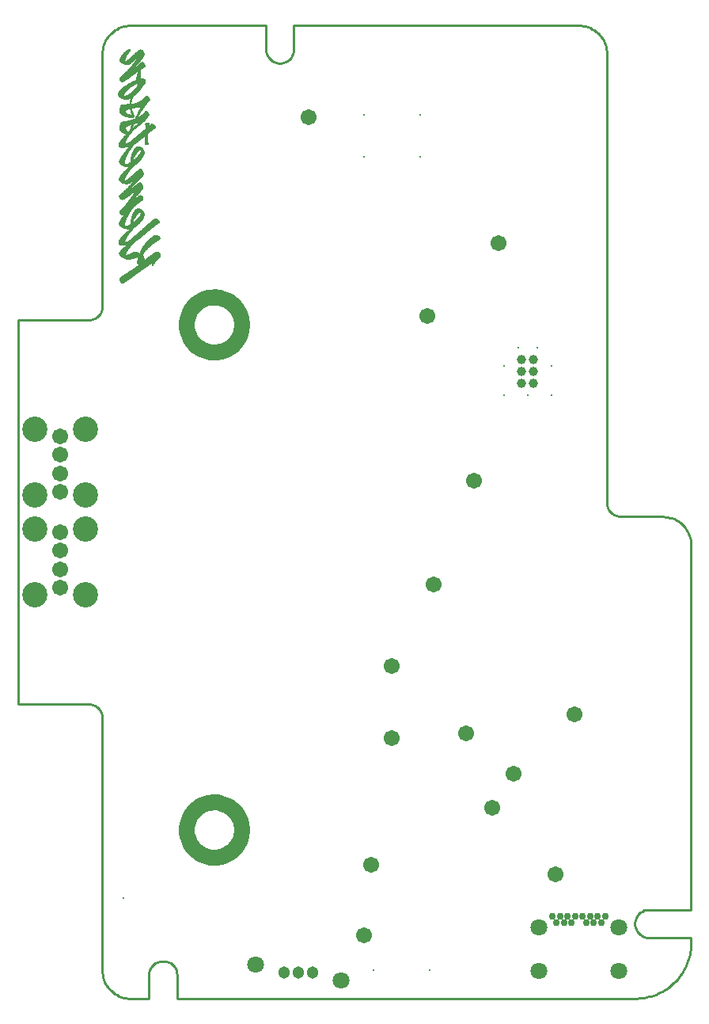
<source format=gbs>
%FSLAX24Y24*%
%MOIN*%
G70*
G01*
G75*
%ADD10C,0.0090*%
%ADD11R,0.1142X0.0157*%
%ADD12R,0.0650X0.1024*%
%ADD13R,0.0079X0.0236*%
%ADD14R,0.0354X0.0118*%
%ADD15R,0.0118X0.0354*%
%ADD16R,0.0118X0.0118*%
%ADD17R,0.0709X0.0709*%
%ADD18R,0.0197X0.0138*%
%ADD19R,0.1260X0.0701*%
%ADD20R,0.1063X0.0472*%
%ADD21R,0.0630X0.0709*%
%ADD22R,0.0709X0.0630*%
%ADD23R,0.0512X0.0591*%
%ADD24R,0.0591X0.0512*%
%ADD25R,0.0394X0.0433*%
%ADD26R,0.0315X0.0551*%
%ADD27R,0.0591X0.0276*%
%ADD28R,0.0276X0.0591*%
%ADD29R,0.0591X0.0394*%
%ADD30R,0.0630X0.0630*%
%ADD31R,0.0315X0.0630*%
%ADD32R,0.0630X0.0315*%
%ADD33C,0.0056*%
%ADD34R,0.0276X0.0118*%
%ADD35R,0.0118X0.0276*%
%ADD36R,0.0276X0.0098*%
%ADD37R,0.0315X0.0098*%
%ADD38R,0.0248X0.0177*%
%ADD39R,0.0748X0.0945*%
%ADD40R,0.0413X0.0236*%
%ADD41R,0.0384X0.0079*%
%ADD42C,0.0079*%
%ADD43R,0.0384X0.0236*%
%ADD44R,0.0039X0.0157*%
%ADD45R,0.0098X0.0581*%
%ADD46O,0.0098X0.0079*%
%ADD47C,0.0011*%
%ADD48R,0.0236X0.0192*%
%ADD49R,0.0074X0.0064*%
%ADD50C,0.0010*%
%ADD51R,0.0035X0.0044*%
%ADD52R,0.0079X0.0202*%
%ADD53R,0.0226X0.0079*%
%ADD54R,0.0044X0.0035*%
%ADD55R,0.0202X0.0079*%
%ADD56R,0.0079X0.0226*%
%ADD57R,0.0192X0.0236*%
%ADD58O,0.0079X0.0098*%
%ADD59R,0.0384X0.0098*%
%ADD60R,0.0064X0.0074*%
%ADD61R,0.0482X0.0079*%
%ADD62R,0.0315X0.0079*%
%ADD63R,0.0079X0.0315*%
%ADD64R,0.0236X0.0217*%
%ADD65R,0.0098X0.0039*%
%ADD66R,0.0354X0.0315*%
%ADD67R,0.0551X0.0315*%
%ADD68R,0.0551X0.0453*%
%ADD69R,0.0236X0.0413*%
%ADD70C,0.0394*%
%ADD71R,0.2016X0.2087*%
%ADD72R,0.0236X0.0276*%
%ADD73R,0.0276X0.0236*%
%ADD74R,0.0433X0.0394*%
%ADD75R,0.0236X0.0472*%
%ADD76R,0.0157X0.0098*%
%ADD77R,0.0079X0.0197*%
%ADD78R,0.0197X0.0079*%
%ADD79R,0.0098X0.0315*%
%ADD80R,0.1457X0.1457*%
%ADD81R,0.1311X0.2756*%
%ADD82R,0.0118X0.0472*%
%ADD83C,0.0100*%
%ADD84C,0.0150*%
%ADD85C,0.0140*%
%ADD86C,0.0170*%
%ADD87C,0.0120*%
%ADD88C,0.0079*%
%ADD89C,0.0110*%
%ADD90C,0.0630*%
%ADD91C,0.0098*%
%ADD92C,0.0070*%
%ADD93C,0.0512*%
%ADD94C,0.0230*%
%ADD95C,0.0236*%
%ADD96C,0.0060*%
%ADD97C,0.0010*%
%ADD98C,0.0118*%
%ADD99R,0.0394X0.1083*%
%ADD100R,0.1033X0.0640*%
%ADD101R,0.1102X0.1102*%
%ADD102R,0.1063X0.0354*%
%ADD103R,0.0748X0.0709*%
%ADD104R,0.0630X0.1339*%
%ADD105R,0.0630X0.1358*%
%ADD106R,0.1654X0.0709*%
%ADD107R,0.0866X0.1614*%
%ADD108R,0.0453X0.0906*%
%ADD109R,0.1594X0.0610*%
%ADD110R,0.0512X0.1516*%
%ADD111R,0.2736X0.0433*%
%ADD112R,0.0787X0.0748*%
%ADD113R,0.2264X0.0689*%
%ADD114R,0.0689X0.0906*%
%ADD115R,0.0236X0.0610*%
%ADD116R,0.0177X0.0315*%
%ADD117R,0.1161X0.0787*%
%ADD118R,0.0689X0.0098*%
%ADD119R,0.0394X0.0571*%
%ADD120R,0.0728X0.0098*%
%ADD121R,0.0768X0.0335*%
%ADD122R,0.0217X0.0689*%
%ADD123R,0.0866X0.0689*%
%ADD124R,0.1319X0.0827*%
%ADD125R,0.0591X0.0276*%
%ADD126R,0.0630X0.1299*%
%ADD127R,0.0531X0.0354*%
%ADD128R,0.0177X0.0748*%
%ADD129R,0.0492X0.0236*%
%ADD130R,0.0335X0.1063*%
%ADD131R,0.0886X0.0610*%
%ADD132R,0.0512X0.0768*%
%ADD133R,0.0807X0.0551*%
%ADD134R,0.1457X0.0492*%
%ADD135R,0.0817X0.1181*%
%ADD136R,0.1801X0.0945*%
%ADD137R,0.0707X0.0295*%
%ADD138R,0.1772X0.0640*%
%ADD139C,0.0787*%
%ADD140C,0.2362*%
%ADD141C,0.0748*%
%ADD142C,0.0591*%
%ADD143C,0.0984*%
%ADD144C,0.2913*%
%ADD145C,0.0433*%
%ADD146C,0.0630*%
%ADD147C,0.0551*%
%ADD148C,0.0256*%
%ADD149C,0.0260*%
%ADD150C,0.0230*%
%ADD151C,0.0500*%
%ADD152C,0.0550*%
%ADD153C,0.0250*%
%ADD154C,0.0180*%
%ADD155C,0.0400*%
%ADD156C,0.0450*%
%ADD157C,0.0095*%
%ADD158C,0.0310*%
%ADD159C,0.0200*%
%ADD160C,0.0197*%
%ADD161R,0.0276X0.0512*%
%ADD162R,0.0738X0.0315*%
%ADD163R,0.0571X0.0315*%
%ADD164R,0.0276X0.0512*%
%ADD165R,0.1969X0.1929*%
%ADD166R,0.0640X0.0394*%
%ADD167R,0.0138X0.0315*%
%ADD168R,0.0787X0.1969*%
%ADD169R,0.1969X0.0787*%
%ADD170C,0.0020*%
%ADD171C,0.0335*%
%ADD172C,0.0354*%
%ADD173C,0.0402*%
%ADD174C,0.0128*%
%ADD175R,0.0276X0.0276*%
%ADD176R,0.0569X0.0402*%
%ADD177R,0.0394X0.2756*%
%ADD178R,0.0524X0.1575*%
%ADD179R,0.1102X0.0118*%
%ADD180R,0.0453X0.0827*%
%ADD181R,0.0157X0.0157*%
%ADD182R,0.0220X0.0161*%
%ADD183R,0.0193X0.0122*%
%ADD184R,0.0315X0.0354*%
%ADD185R,0.0181X0.0220*%
%ADD186R,0.0220X0.0181*%
%ADD187R,0.0354X0.0315*%
%ADD188R,0.0142X0.0378*%
%ADD189R,0.0173X0.0114*%
%ADD190R,0.1063X0.1063*%
%ADD191C,0.0423*%
%ADD192C,0.1211*%
%ADD193C,0.0404*%
%ADD194R,0.1173X0.0189*%
%ADD195R,0.0681X0.1055*%
%ADD196R,0.0110X0.0268*%
%ADD197R,0.0394X0.0157*%
%ADD198R,0.0157X0.0394*%
%ADD199R,0.0748X0.0748*%
%ADD200R,0.0236X0.0177*%
%ADD201R,0.1311X0.0752*%
%ADD202R,0.1114X0.0524*%
%ADD203R,0.0681X0.0760*%
%ADD204R,0.0760X0.0681*%
%ADD205R,0.0563X0.0642*%
%ADD206R,0.0642X0.0563*%
%ADD207R,0.0445X0.0484*%
%ADD208R,0.0395X0.0631*%
%ADD209R,0.0650X0.0335*%
%ADD210R,0.0335X0.0650*%
%ADD211R,0.0650X0.0453*%
%ADD212R,0.0710X0.0710*%
%ADD213R,0.0395X0.0710*%
%ADD214R,0.0710X0.0395*%
%ADD215R,0.0356X0.0198*%
%ADD216R,0.0198X0.0356*%
%ADD217R,0.0323X0.0146*%
%ADD218R,0.0362X0.0146*%
%ADD219R,0.0287X0.0217*%
%ADD220R,0.0787X0.0984*%
%ADD221R,0.0493X0.0316*%
%ADD222R,0.0423X0.0118*%
%ADD223C,0.0118*%
%ADD224R,0.0423X0.0276*%
%ADD225R,0.0138X0.0620*%
%ADD226O,0.0138X0.0118*%
%ADD227R,0.0276X0.0232*%
%ADD228R,0.0113X0.0103*%
%ADD229R,0.0074X0.0083*%
%ADD230R,0.0118X0.0241*%
%ADD231R,0.0266X0.0118*%
%ADD232R,0.0083X0.0074*%
%ADD233R,0.0241X0.0118*%
%ADD234R,0.0118X0.0266*%
%ADD235R,0.0232X0.0276*%
%ADD236O,0.0118X0.0138*%
%ADD237R,0.0423X0.0138*%
%ADD238R,0.0103X0.0113*%
%ADD239R,0.0522X0.0118*%
%ADD240R,0.0276X0.0256*%
%ADD241R,0.0138X0.0079*%
%ADD242R,0.0434X0.0395*%
%ADD243R,0.0631X0.0395*%
%ADD244R,0.0610X0.0512*%
%ADD245R,0.0316X0.0493*%
%ADD246C,0.0787*%
%ADD247R,0.0474X0.0513*%
%ADD248R,0.2096X0.2167*%
%ADD249R,0.0287X0.0327*%
%ADD250R,0.0327X0.0287*%
%ADD251R,0.0484X0.0445*%
%ADD252R,0.0118X0.0236*%
%ADD253R,0.0236X0.0118*%
%ADD254R,0.0150X0.0366*%
%ADD255R,0.0366X0.0150*%
%ADD256R,0.1508X0.1508*%
%ADD257R,0.1391X0.2836*%
%ADD258R,0.0157X0.0512*%
%ADD259C,0.0080*%
%ADD260C,0.0671*%
%ADD261C,0.1064*%
%ADD262C,0.0513*%
%ADD263C,0.0710*%
%ADD264C,0.0295*%
%ADD265C,0.0650*%
%ADD266C,0.0390*%
D10*
X420276Y397441D02*
X422047Y397441D01*
X420276Y396260D02*
X422047Y396260D01*
X419095Y413976D02*
X420866D01*
X400394Y393701D02*
Y394685D01*
X399213Y393701D02*
Y394685D01*
X398425Y393701D02*
X399213D01*
X404134Y433661D02*
Y434646D01*
X405315Y433661D02*
Y434646D01*
D83*
X420276Y397441D02*
X420178Y397433D01*
X420084Y397409D01*
X419995Y397370D01*
X419913Y397316D01*
X419841Y397250D01*
X419781Y397173D01*
X419735Y397088D01*
X419703Y396995D01*
X419687Y396899D01*
Y396802D01*
X419703Y396705D01*
X419735Y396613D01*
X419781Y396527D01*
X419841Y396450D01*
X419913Y396384D01*
X419995Y396331D01*
X420084Y396292D01*
X420178Y396268D01*
X420276Y396260D01*
X422047Y412795D02*
X422043Y412893D01*
X422031Y412990D01*
X422011Y413085D01*
X421983Y413179D01*
X421948Y413270D01*
X421905Y413357D01*
X421855Y413441D01*
X421798Y413521D01*
X421735Y413595D01*
X421666Y413664D01*
X421592Y413727D01*
X421512Y413784D01*
X421428Y413834D01*
X421341Y413877D01*
X421250Y413912D01*
X421156Y413940D01*
X421061Y413960D01*
X420964Y413972D01*
X420866Y413976D01*
X397244Y394882D02*
X397248Y394784D01*
X397260Y394688D01*
X397280Y394592D01*
X397308Y394498D01*
X397344Y394407D01*
X397386Y394320D01*
X397436Y394236D01*
X397493Y394156D01*
X397556Y394082D01*
X397625Y394013D01*
X397700Y393950D01*
X397779Y393893D01*
X397863Y393843D01*
X397951Y393800D01*
X398042Y393765D01*
X398135Y393737D01*
X398231Y393717D01*
X398328Y393705D01*
X398425Y393701D01*
Y434646D02*
X398328Y434642D01*
X398231Y434630D01*
X398135Y434610D01*
X398042Y434582D01*
X397951Y434546D01*
X397863Y434503D01*
X397779Y434453D01*
X397700Y434397D01*
X397625Y434334D01*
X397556Y434264D01*
X397493Y434190D01*
X397436Y434111D01*
X397386Y434027D01*
X397344Y433939D01*
X397308Y433848D01*
X397280Y433755D01*
X397260Y433659D01*
X397248Y433562D01*
X397244Y433465D01*
X396654Y422244D02*
X396756Y422253D01*
X396856Y422280D01*
X396949Y422323D01*
X397033Y422382D01*
X397106Y422455D01*
X397165Y422539D01*
X397208Y422633D01*
X397235Y422732D01*
X397244Y422835D01*
Y405512D02*
X397235Y405614D01*
X397208Y405714D01*
X397165Y405807D01*
X397106Y405891D01*
X397033Y405964D01*
X396949Y406023D01*
X396856Y406067D01*
X396756Y406093D01*
X396654Y406102D01*
X419685Y393701D02*
X419785Y393703D01*
X419885Y393709D01*
X419985Y393720D01*
X420084Y393735D01*
X420183Y393754D01*
X420280Y393777D01*
X420377Y393804D01*
X420472Y393836D01*
X420566Y393871D01*
X420658Y393910D01*
X420749Y393954D01*
X420837Y394001D01*
X420924Y394052D01*
X421008Y394106D01*
X421090Y394164D01*
X421169Y394225D01*
X421246Y394290D01*
X421320Y394358D01*
X421390Y394428D01*
X421458Y394502D01*
X421523Y394579D01*
X421584Y394658D01*
X421642Y394740D01*
X421697Y394824D01*
X421747Y394911D01*
X421794Y395000D01*
X421838Y395090D01*
X421877Y395182D01*
X421912Y395276D01*
X421944Y395371D01*
X421971Y395468D01*
X421994Y395565D01*
X422013Y395664D01*
X422028Y395763D01*
X422039Y395863D01*
X422045Y395963D01*
X422047Y396063D01*
X418504Y433465D02*
X418500Y433562D01*
X418488Y433659D01*
X418468Y433755D01*
X418440Y433848D01*
X418404Y433939D01*
X418362Y434027D01*
X418312Y434111D01*
X418255Y434190D01*
X418192Y434264D01*
X418123Y434334D01*
X418048Y434397D01*
X417969Y434453D01*
X417885Y434503D01*
X417797Y434546D01*
X417706Y434582D01*
X417613Y434610D01*
X417517Y434630D01*
X417420Y434642D01*
X417323Y434646D01*
X418504Y414567D02*
X418513Y414464D01*
X418540Y414365D01*
X418583Y414272D01*
X418642Y414187D01*
X418715Y414115D01*
X418799Y414055D01*
X418893Y414012D01*
X418992Y413985D01*
X419095Y413976D01*
X400394Y394685D02*
X400386Y394782D01*
X400362Y394877D01*
X400323Y394966D01*
X400269Y395048D01*
X400203Y395120D01*
X400126Y395179D01*
X400040Y395226D01*
X399948Y395258D01*
X399852Y395274D01*
X399754D01*
X399658Y395258D01*
X399566Y395226D01*
X399480Y395179D01*
X399403Y395120D01*
X399337Y395048D01*
X399284Y394966D01*
X399245Y394877D01*
X399221Y394782D01*
X399213Y394685D01*
X404134Y433661D02*
X404142Y433564D01*
X404166Y433470D01*
X404205Y433380D01*
X404258Y433299D01*
X404324Y433227D01*
X404401Y433167D01*
X404487Y433121D01*
X404579Y433089D01*
X404676Y433073D01*
X404773D01*
X404869Y433089D01*
X404962Y433121D01*
X405047Y433167D01*
X405124Y433227D01*
X405190Y433299D01*
X405244Y433380D01*
X405283Y433470D01*
X405307Y433564D01*
X405315Y433661D01*
X422047Y396063D02*
Y396260D01*
X418504Y414567D02*
Y433465D01*
X393701Y422244D02*
X393701Y406102D01*
X405315Y434646D02*
X417323Y434646D01*
X397244Y422835D02*
Y433465D01*
X393701Y422244D02*
X396654D01*
X400394Y393701D02*
X419685Y393701D01*
X397244Y394882D02*
Y405512D01*
X393701Y406102D02*
X396654D01*
X422047Y397441D02*
Y412795D01*
X398425Y434646D02*
X404134D01*
D97*
X397904Y431729D02*
Y431819D01*
X397914Y431709D02*
Y431839D01*
X397924Y431699D02*
Y431849D01*
Y429609D02*
Y429649D01*
Y425509D02*
Y425529D01*
X397934Y431689D02*
Y431869D01*
Y429589D02*
Y429669D01*
Y425479D02*
Y425569D01*
X397944Y431679D02*
Y431879D01*
Y429569D02*
Y429689D01*
Y425469D02*
Y425599D01*
X397954Y431669D02*
Y431889D01*
Y429569D02*
Y429719D01*
Y428909D02*
Y428969D01*
Y428149D02*
Y428209D01*
Y427449D02*
Y427499D01*
Y426299D02*
Y426349D01*
Y425459D02*
Y425619D01*
Y425049D02*
Y425089D01*
X397964Y431659D02*
Y431909D01*
Y429559D02*
Y429739D01*
Y428879D02*
Y428999D01*
Y428129D02*
Y428239D01*
Y427419D02*
Y427509D01*
Y426269D02*
Y426389D01*
Y425449D02*
Y425639D01*
Y425029D02*
Y425119D01*
X397974Y433169D02*
Y433249D01*
Y432379D02*
Y432459D01*
Y431649D02*
Y431919D01*
Y431019D02*
Y431179D01*
Y430279D02*
Y430429D01*
Y429549D02*
Y429759D01*
Y428859D02*
Y429029D01*
Y428109D02*
Y428269D01*
Y427409D02*
Y427519D01*
Y426789D02*
Y426849D01*
Y426249D02*
Y426419D01*
Y425439D02*
Y425659D01*
Y425009D02*
Y425129D01*
X397984Y433159D02*
Y433259D01*
Y432359D02*
Y432469D01*
Y431649D02*
Y431929D01*
Y430999D02*
Y431199D01*
Y430269D02*
Y430459D01*
Y429549D02*
Y429759D01*
Y428859D02*
Y429039D01*
Y428109D02*
Y428289D01*
Y427399D02*
Y427529D01*
Y426769D02*
Y426859D01*
Y426239D02*
Y426429D01*
Y425439D02*
Y425659D01*
Y424999D02*
Y425139D01*
Y423929D02*
Y424019D01*
X397994Y433149D02*
Y433299D01*
Y432339D02*
Y432469D01*
Y431629D02*
Y431939D01*
Y430979D02*
Y431239D01*
Y430249D02*
Y430489D01*
Y429549D02*
Y429779D01*
Y428839D02*
Y429069D01*
Y428099D02*
Y428309D01*
Y427379D02*
Y427539D01*
Y426749D02*
Y426869D01*
Y426229D02*
Y426449D01*
Y425439D02*
Y425679D01*
Y424989D02*
Y425159D01*
Y423899D02*
Y424049D01*
X398004Y433129D02*
Y433319D01*
Y432319D02*
Y432479D01*
Y431629D02*
Y431949D01*
Y430969D02*
Y431259D01*
Y430239D02*
Y430529D01*
Y429549D02*
Y429799D01*
Y428829D02*
Y429079D01*
Y428089D02*
Y428329D01*
Y427369D02*
Y427549D01*
Y426729D02*
Y426879D01*
Y426219D02*
Y426469D01*
Y425429D02*
Y425699D01*
Y424969D02*
Y425169D01*
Y423879D02*
Y424059D01*
X398014Y433119D02*
Y433339D01*
Y432309D02*
Y432489D01*
Y431619D02*
Y431959D01*
Y430959D02*
Y431279D01*
Y430229D02*
Y430549D01*
Y429539D02*
Y429809D01*
Y428829D02*
Y429099D01*
Y428079D02*
Y428349D01*
Y427369D02*
Y427549D01*
Y426719D02*
Y426889D01*
Y426209D02*
Y426489D01*
Y425429D02*
Y425709D01*
Y424959D02*
Y425179D01*
Y423859D02*
Y424069D01*
X398024Y433119D02*
Y433349D01*
Y432309D02*
Y432499D01*
Y431619D02*
Y431969D01*
Y430949D02*
Y431289D01*
Y430219D02*
Y430559D01*
Y429539D02*
Y429819D01*
Y428819D02*
Y429109D01*
Y428079D02*
Y428349D01*
Y427359D02*
Y427559D01*
Y426709D02*
Y426899D01*
Y426209D02*
Y426499D01*
Y425429D02*
Y425719D01*
Y424959D02*
Y425189D01*
Y423849D02*
Y424069D01*
X398034Y433109D02*
Y433369D01*
Y432299D02*
Y432509D01*
Y431609D02*
Y431979D01*
Y430939D02*
Y431309D01*
Y430209D02*
Y430569D01*
Y429539D02*
Y429829D01*
Y428809D02*
Y429129D01*
Y428059D02*
Y428369D01*
Y427349D02*
Y427569D01*
Y426699D02*
Y426899D01*
Y426199D02*
Y426509D01*
Y425429D02*
Y425729D01*
Y424949D02*
Y425199D01*
Y423839D02*
Y424079D01*
X398044Y433099D02*
Y433379D01*
Y432289D02*
Y432519D01*
Y431609D02*
Y431989D01*
Y430929D02*
Y431319D01*
Y430199D02*
Y430589D01*
Y429539D02*
Y429849D01*
Y428809D02*
Y429139D01*
Y428059D02*
Y428389D01*
Y427349D02*
Y427579D01*
Y426689D02*
Y426919D01*
Y426189D02*
Y426529D01*
Y425429D02*
Y425739D01*
Y424939D02*
Y425209D01*
Y423829D02*
Y424089D01*
X398054Y433089D02*
Y433399D01*
Y432289D02*
Y432529D01*
Y431599D02*
Y431999D01*
Y430919D02*
Y431319D01*
Y430189D02*
Y430589D01*
Y429539D02*
Y429859D01*
Y428799D02*
Y429159D01*
Y428049D02*
Y428399D01*
Y427349D02*
Y427589D01*
Y426689D02*
Y426929D01*
Y426189D02*
Y426549D01*
Y425419D02*
Y425759D01*
Y424929D02*
Y425219D01*
Y423829D02*
Y424099D01*
X398064Y433089D02*
Y433409D01*
Y432289D02*
Y432529D01*
Y431599D02*
Y431999D01*
Y430919D02*
Y431329D01*
Y430189D02*
Y430599D01*
Y429539D02*
Y429869D01*
Y428789D02*
Y429169D01*
Y428049D02*
Y428409D01*
Y427349D02*
Y427589D01*
Y426689D02*
Y426929D01*
Y426179D02*
Y426559D01*
Y425419D02*
Y425759D01*
Y424929D02*
Y425229D01*
Y423829D02*
Y424099D01*
X398074Y433079D02*
Y433419D01*
Y432289D02*
Y432549D01*
Y431589D02*
Y432009D01*
Y430909D02*
Y431329D01*
Y430179D02*
Y430599D01*
Y429539D02*
Y429889D01*
Y428789D02*
Y429189D01*
Y428039D02*
Y428419D01*
Y427339D02*
Y427609D01*
Y426679D02*
Y426939D01*
Y426169D02*
Y426579D01*
Y425419D02*
Y425779D01*
Y424919D02*
Y425239D01*
Y423829D02*
Y424099D01*
X398084Y433079D02*
Y433429D01*
Y432289D02*
Y432549D01*
Y431589D02*
Y432019D01*
Y430899D02*
Y431329D01*
Y430169D02*
Y430599D01*
Y429539D02*
Y429899D01*
Y428779D02*
Y429199D01*
Y428039D02*
Y428429D01*
Y427339D02*
Y427619D01*
Y426689D02*
Y426949D01*
Y426169D02*
Y426589D01*
Y425419D02*
Y425789D01*
Y424909D02*
Y425249D01*
Y423829D02*
Y424109D01*
X398094Y433069D02*
Y433449D01*
Y432289D02*
Y432559D01*
Y431579D02*
Y432029D01*
Y430899D02*
Y431329D01*
Y430159D02*
Y430609D01*
Y429539D02*
Y429909D01*
Y428779D02*
Y429219D01*
Y428039D02*
Y428449D01*
Y427349D02*
Y427629D01*
Y426689D02*
Y426969D01*
Y426159D02*
Y426599D01*
Y425419D02*
Y425799D01*
Y424909D02*
Y425259D01*
Y423829D02*
Y424119D01*
X398104Y433069D02*
Y433459D01*
Y432299D02*
Y432569D01*
Y431579D02*
Y432039D01*
Y430889D02*
Y431329D01*
Y430159D02*
Y430609D01*
Y429539D02*
Y429919D01*
Y428769D02*
Y429229D01*
Y428029D02*
Y428449D01*
Y427349D02*
Y427629D01*
Y426689D02*
Y426969D01*
Y426159D02*
Y426619D01*
Y425419D02*
Y425809D01*
Y424909D02*
Y425269D01*
Y423829D02*
Y424129D01*
X398114Y433059D02*
Y433469D01*
Y432299D02*
Y432579D01*
Y431579D02*
Y432049D01*
Y430889D02*
Y431329D01*
Y430149D02*
Y430619D01*
Y429539D02*
Y429929D01*
Y428769D02*
Y429239D01*
Y428019D02*
Y428469D01*
Y427349D02*
Y427639D01*
Y426709D02*
Y426979D01*
Y426149D02*
Y426629D01*
Y425419D02*
Y425819D01*
Y424899D02*
Y425279D01*
Y423829D02*
Y424129D01*
X398124Y433049D02*
Y433479D01*
Y432309D02*
Y432589D01*
Y431579D02*
Y432049D01*
Y430879D02*
Y431329D01*
Y430149D02*
Y430619D01*
Y429539D02*
Y429939D01*
Y428759D02*
Y429259D01*
Y428019D02*
Y428479D01*
Y427359D02*
Y427649D01*
Y426709D02*
Y426999D01*
Y426149D02*
Y426639D01*
Y425419D02*
Y425829D01*
Y424889D02*
Y425289D01*
Y423839D02*
Y424139D01*
X398134Y433049D02*
Y433489D01*
Y432309D02*
Y432599D01*
Y431569D02*
Y432059D01*
Y430879D02*
Y431329D01*
Y430139D02*
Y430619D01*
Y429539D02*
Y429959D01*
Y428749D02*
Y429269D01*
Y428019D02*
Y428489D01*
Y427359D02*
Y427659D01*
Y426719D02*
Y427009D01*
Y426139D02*
Y426649D01*
Y425419D02*
Y425839D01*
Y424879D02*
Y425299D01*
Y423839D02*
Y424139D01*
X398144Y433049D02*
Y433499D01*
Y432319D02*
Y432609D01*
Y431759D02*
Y432069D01*
Y431569D02*
Y431689D01*
Y430869D02*
Y431339D01*
Y430129D02*
Y430619D01*
Y429539D02*
Y429969D01*
Y428749D02*
Y429289D01*
Y428019D02*
Y428499D01*
Y427369D02*
Y427669D01*
Y426719D02*
Y427019D01*
Y426139D02*
Y426669D01*
Y425419D02*
Y425849D01*
Y424879D02*
Y425309D01*
Y423849D02*
Y424149D01*
X398154Y433049D02*
Y433509D01*
Y432319D02*
Y432609D01*
Y431779D02*
Y432079D01*
Y431569D02*
Y431689D01*
Y430859D02*
Y431339D01*
Y430129D02*
Y430619D01*
Y429539D02*
Y429979D01*
Y428749D02*
Y429289D01*
Y428009D02*
Y428509D01*
Y427369D02*
Y427679D01*
Y426729D02*
Y427029D01*
Y426129D02*
Y426679D01*
Y425429D02*
Y425859D01*
Y424879D02*
Y425309D01*
Y423849D02*
Y424149D01*
X398164Y433039D02*
Y433519D01*
Y432339D02*
Y432619D01*
Y431799D02*
Y432079D01*
Y431569D02*
Y431689D01*
Y430859D02*
Y431339D01*
Y430119D02*
Y430619D01*
Y429539D02*
Y429989D01*
Y428749D02*
Y429309D01*
Y428009D02*
Y428519D01*
Y427369D02*
Y427689D01*
Y426739D02*
Y427039D01*
Y426129D02*
Y426689D01*
Y425429D02*
Y425869D01*
Y424869D02*
Y425319D01*
Y423859D02*
Y424159D01*
X398174Y433039D02*
Y433529D01*
Y432339D02*
Y432639D01*
Y431819D02*
Y432089D01*
Y431569D02*
Y431689D01*
Y430849D02*
Y431339D01*
Y430119D02*
Y430629D01*
Y429549D02*
Y429999D01*
Y428949D02*
Y429319D01*
Y428739D02*
Y428869D01*
Y428199D02*
Y428529D01*
Y428009D02*
Y428169D01*
Y427379D02*
Y427699D01*
Y426749D02*
Y427059D01*
Y426329D02*
Y426709D01*
Y426129D02*
Y426249D01*
Y425429D02*
Y425869D01*
Y424869D02*
Y425329D01*
Y423869D02*
Y424169D01*
X398184Y433209D02*
Y433539D01*
Y433039D02*
Y433179D01*
Y432349D02*
Y432649D01*
Y431839D02*
Y432099D01*
Y431559D02*
Y431689D01*
Y430849D02*
Y431339D01*
Y430109D02*
Y430629D01*
Y429549D02*
Y430019D01*
Y428999D02*
Y429339D01*
Y428739D02*
Y428839D01*
Y428239D02*
Y428539D01*
Y428009D02*
Y428139D01*
Y427379D02*
Y427709D01*
Y426749D02*
Y427069D01*
Y426379D02*
Y426719D01*
Y426119D02*
Y426229D01*
Y425589D02*
Y425889D01*
Y425429D02*
Y425569D01*
Y424859D02*
Y425339D01*
Y423879D02*
Y424179D01*
X398194Y433239D02*
Y433539D01*
Y433039D02*
Y433169D01*
Y432349D02*
Y432649D01*
Y431849D02*
Y432099D01*
Y431559D02*
Y431689D01*
Y430849D02*
Y431339D01*
Y430109D02*
Y430629D01*
Y429549D02*
Y430019D01*
Y429009D02*
Y429339D01*
Y428739D02*
Y428839D01*
Y428259D02*
Y428539D01*
Y428009D02*
Y428139D01*
Y427389D02*
Y427719D01*
Y426759D02*
Y427069D01*
Y426399D02*
Y426729D01*
Y426119D02*
Y426219D01*
Y425609D02*
Y425889D01*
Y425429D02*
Y425549D01*
Y424859D02*
Y425349D01*
Y423879D02*
Y424179D01*
X398204Y433279D02*
Y433549D01*
Y433039D02*
Y433159D01*
Y432359D02*
Y432659D01*
Y431869D02*
Y432109D01*
Y431559D02*
Y431689D01*
Y431059D02*
Y431339D01*
Y430839D02*
Y431009D01*
Y430349D02*
Y430629D01*
Y430109D02*
Y430329D01*
Y429549D02*
Y430029D01*
Y429049D02*
Y429349D01*
Y428729D02*
Y428829D01*
Y428279D02*
Y428549D01*
Y428009D02*
Y428139D01*
Y427399D02*
Y427729D01*
Y426769D02*
Y427079D01*
Y426429D02*
Y426739D01*
Y426119D02*
Y426219D01*
Y425649D02*
Y425899D01*
Y425429D02*
Y425539D01*
Y424859D02*
Y425349D01*
Y423889D02*
Y424189D01*
X398214Y433299D02*
Y433559D01*
Y433029D02*
Y433159D01*
Y432369D02*
Y432679D01*
Y431879D02*
Y432119D01*
Y431559D02*
Y431689D01*
Y431089D02*
Y431339D01*
Y430839D02*
Y430989D01*
Y430379D02*
Y430629D01*
Y430099D02*
Y430289D01*
Y429769D02*
Y430039D01*
Y429549D02*
Y429699D01*
Y429079D02*
Y429369D01*
Y428729D02*
Y428829D01*
Y428309D02*
Y428559D01*
Y427999D02*
Y428139D01*
Y427399D02*
Y427739D01*
Y427019D02*
Y427099D01*
Y426769D02*
Y427009D01*
Y426469D02*
Y426759D01*
Y426119D02*
Y426209D01*
Y425679D02*
Y425909D01*
Y425429D02*
Y425539D01*
Y424849D02*
Y425359D01*
Y423889D02*
Y424189D01*
X398224Y433329D02*
Y433569D01*
Y433029D02*
Y433159D01*
Y432379D02*
Y432689D01*
Y431889D02*
Y432129D01*
Y431559D02*
Y431699D01*
Y431099D02*
Y431339D01*
Y430839D02*
Y430979D01*
Y430389D02*
Y430629D01*
Y430099D02*
Y430279D01*
Y429809D02*
Y430059D01*
Y429549D02*
Y429689D01*
Y429109D02*
Y429379D01*
Y428729D02*
Y428829D01*
Y428329D02*
Y428569D01*
Y427999D02*
Y428139D01*
Y427409D02*
Y427749D01*
Y427029D02*
Y427109D01*
Y426789D02*
Y427019D01*
Y426499D02*
Y426769D01*
Y426109D02*
Y426209D01*
Y425699D02*
Y425919D01*
Y425429D02*
Y425539D01*
Y425069D02*
Y425369D01*
Y424849D02*
Y424999D01*
Y423899D02*
Y424199D01*
X398234Y433339D02*
Y433579D01*
Y433029D02*
Y433159D01*
Y432379D02*
Y432689D01*
Y431899D02*
Y432129D01*
Y431559D02*
Y431699D01*
Y431099D02*
Y431339D01*
Y430829D02*
Y430969D01*
Y430399D02*
Y430639D01*
Y430099D02*
Y430259D01*
Y429819D02*
Y430059D01*
Y429549D02*
Y429689D01*
Y429119D02*
Y429389D01*
Y428729D02*
Y428819D01*
Y428339D02*
Y428579D01*
Y427999D02*
Y428139D01*
Y427409D02*
Y427749D01*
Y427039D02*
Y427119D01*
Y426789D02*
Y427019D01*
Y426509D02*
Y426769D01*
Y426109D02*
Y426209D01*
Y425709D02*
Y425929D01*
Y425439D02*
Y425539D01*
Y425079D02*
Y425379D01*
Y424839D02*
Y424989D01*
Y423899D02*
Y424199D01*
X398244Y433369D02*
Y433589D01*
Y433029D02*
Y433159D01*
Y432389D02*
Y432699D01*
Y431919D02*
Y432139D01*
Y431559D02*
Y431699D01*
Y431109D02*
Y431339D01*
Y430829D02*
Y430969D01*
Y430409D02*
Y430639D01*
Y430089D02*
Y430249D01*
Y429849D02*
Y430069D01*
Y429559D02*
Y429689D01*
Y429149D02*
Y429399D01*
Y428729D02*
Y428819D01*
Y428359D02*
Y428589D01*
Y427999D02*
Y428149D01*
Y427419D02*
Y427759D01*
Y427049D02*
Y427139D01*
Y426799D02*
Y427029D01*
Y426539D02*
Y426789D01*
Y426109D02*
Y426209D01*
Y425729D02*
Y425939D01*
Y425439D02*
Y425539D01*
Y425109D02*
Y425389D01*
Y423919D02*
Y424209D01*
X398254Y433379D02*
Y433589D01*
Y433029D02*
Y433169D01*
Y432389D02*
Y432719D01*
Y431929D02*
Y432139D01*
Y431559D02*
Y431709D01*
Y431119D02*
Y431339D01*
Y430829D02*
Y430959D01*
Y430419D02*
Y430639D01*
Y430089D02*
Y430239D01*
Y429879D02*
Y430079D01*
Y429559D02*
Y429689D01*
Y429169D02*
Y429419D01*
Y428719D02*
Y428829D01*
Y428379D02*
Y428599D01*
Y427999D02*
Y428149D01*
Y427429D02*
Y427779D01*
Y427059D02*
Y427149D01*
Y426559D02*
Y427039D01*
Y426109D02*
Y426209D01*
Y425759D02*
Y425949D01*
Y425439D02*
Y425549D01*
Y425129D02*
Y425389D01*
Y424839D02*
Y424989D01*
Y423919D02*
Y424219D01*
X398264Y433409D02*
Y433599D01*
Y433029D02*
Y433169D01*
Y432399D02*
Y432729D01*
Y431939D02*
Y432149D01*
Y431559D02*
Y431709D01*
Y431129D02*
Y431339D01*
Y430819D02*
Y430949D01*
Y430419D02*
Y430639D01*
Y429899D02*
Y430229D01*
Y429559D02*
Y429689D01*
Y429199D02*
Y429429D01*
Y428719D02*
Y428829D01*
Y428399D02*
Y428609D01*
Y427999D02*
Y428159D01*
Y427439D02*
Y427789D01*
Y427069D02*
Y427159D01*
Y426579D02*
Y427049D01*
Y426109D02*
Y426209D01*
Y425769D02*
Y425959D01*
Y425439D02*
Y425549D01*
Y425159D02*
Y425399D01*
Y424839D02*
Y424989D01*
Y423929D02*
Y424229D01*
X398274Y433419D02*
Y433609D01*
Y433029D02*
Y433179D01*
Y432409D02*
Y432739D01*
Y431949D02*
Y432159D01*
Y431559D02*
Y431709D01*
Y431129D02*
Y431339D01*
Y430819D02*
Y430939D01*
Y430429D02*
Y430639D01*
Y429919D02*
Y430209D01*
Y429559D02*
Y429699D01*
Y429219D02*
Y429439D01*
Y428709D02*
Y428829D01*
Y428409D02*
Y428619D01*
Y427999D02*
Y428169D01*
Y427449D02*
Y427799D01*
Y427079D02*
Y427179D01*
Y426609D02*
Y427059D01*
Y426099D02*
Y426219D01*
Y425789D02*
Y425969D01*
Y425439D02*
Y425549D01*
Y425169D02*
Y425409D01*
Y424829D02*
Y424999D01*
Y423939D02*
Y424229D01*
X398284Y433429D02*
Y433609D01*
Y433029D02*
Y433179D01*
Y432419D02*
Y432739D01*
Y431959D02*
Y432169D01*
Y431559D02*
Y431719D01*
Y431129D02*
Y431349D01*
Y430809D02*
Y430939D01*
Y430429D02*
Y430639D01*
Y429929D02*
Y430209D01*
Y429569D02*
Y429699D01*
Y429239D02*
Y429449D01*
Y428709D02*
Y428829D01*
Y428429D02*
Y428619D01*
Y427999D02*
Y428169D01*
Y427689D02*
Y427799D01*
Y427449D02*
Y427679D01*
Y427089D02*
Y427179D01*
Y426619D02*
Y427059D01*
Y426099D02*
Y426219D01*
Y425799D02*
Y425979D01*
Y425449D02*
Y425549D01*
Y425179D02*
Y425419D01*
Y424829D02*
Y424999D01*
Y423939D02*
Y424239D01*
X398294Y433449D02*
Y433609D01*
Y433029D02*
Y433199D01*
Y432419D02*
Y432749D01*
Y431969D02*
Y432169D01*
Y431569D02*
Y431719D01*
Y431139D02*
Y431349D01*
Y430809D02*
Y430939D01*
Y430439D02*
Y430649D01*
Y429949D02*
Y430199D01*
Y429569D02*
Y429699D01*
Y429249D02*
Y429459D01*
Y428709D02*
Y428829D01*
Y428439D02*
Y428629D01*
Y427999D02*
Y428179D01*
Y427699D02*
Y427809D01*
Y427459D02*
Y427679D01*
Y427099D02*
Y427199D01*
Y426639D02*
Y427069D01*
Y426099D02*
Y426219D01*
Y425819D02*
Y425989D01*
Y425449D02*
Y425559D01*
Y425199D02*
Y425429D01*
Y424829D02*
Y424999D01*
Y423949D02*
Y424239D01*
X398304Y433469D02*
Y433629D01*
Y433029D02*
Y433199D01*
Y432429D02*
Y432769D01*
Y431979D02*
Y432179D01*
Y431569D02*
Y431729D01*
Y431139D02*
Y431349D01*
Y430809D02*
Y430929D01*
Y430449D02*
Y430649D01*
Y429969D02*
Y430199D01*
Y429569D02*
Y429709D01*
Y429269D02*
Y429469D01*
Y428709D02*
Y428839D01*
Y428459D02*
Y428639D01*
Y427999D02*
Y428189D01*
Y427709D02*
Y427829D01*
Y427459D02*
Y427689D01*
Y427109D02*
Y427209D01*
Y426659D02*
Y427069D01*
Y426099D02*
Y426219D01*
Y425829D02*
Y425989D01*
Y425459D02*
Y425559D01*
Y425219D02*
Y425429D01*
Y424829D02*
Y424999D01*
Y423959D02*
Y424259D01*
X398314Y433479D02*
Y433629D01*
Y433029D02*
Y433209D01*
Y432439D02*
Y432779D01*
Y431989D02*
Y432179D01*
Y431569D02*
Y431739D01*
Y431149D02*
Y431349D01*
Y430809D02*
Y430929D01*
Y430449D02*
Y430649D01*
Y429989D02*
Y430189D01*
Y429569D02*
Y429719D01*
Y429299D02*
Y429489D01*
Y428709D02*
Y428839D01*
Y428469D02*
Y428649D01*
Y428009D02*
Y428199D01*
Y427719D02*
Y427839D01*
Y427479D02*
Y427699D01*
Y427119D02*
Y427229D01*
Y426679D02*
Y427079D01*
Y426089D02*
Y426229D01*
Y425849D02*
Y425999D01*
Y425459D02*
Y425569D01*
Y425229D02*
Y425439D01*
Y424829D02*
Y425009D01*
Y423969D02*
Y424259D01*
X398324Y433499D02*
Y433629D01*
Y433029D02*
Y433219D01*
Y432439D02*
Y432779D01*
Y431989D02*
Y432189D01*
Y431569D02*
Y431739D01*
Y431149D02*
Y431349D01*
Y430799D02*
Y430929D01*
Y430459D02*
Y430649D01*
Y429999D02*
Y430189D01*
Y429569D02*
Y429719D01*
Y429309D02*
Y429499D01*
Y428709D02*
Y428839D01*
Y428479D02*
Y428649D01*
Y428009D02*
Y428199D01*
Y427729D02*
Y427849D01*
Y427479D02*
Y427699D01*
Y427129D02*
Y427229D01*
Y426689D02*
Y427089D01*
Y426089D02*
Y426229D01*
Y425859D02*
Y426009D01*
Y425459D02*
Y425569D01*
Y425249D02*
Y425439D01*
Y424829D02*
Y425009D01*
Y423969D02*
Y424269D01*
X398334Y433509D02*
Y433639D01*
Y433029D02*
Y433219D01*
Y432449D02*
Y432789D01*
Y431999D02*
Y432189D01*
Y431569D02*
Y431749D01*
Y431149D02*
Y431349D01*
Y430799D02*
Y430919D01*
Y430459D02*
Y430659D01*
Y430019D02*
Y430189D01*
Y429579D02*
Y429719D01*
Y429329D02*
Y429509D01*
Y428709D02*
Y428849D01*
Y428499D02*
Y428659D01*
Y428009D02*
Y428209D01*
Y427739D02*
Y427859D01*
Y427489D02*
Y427699D01*
Y427139D02*
Y427249D01*
Y426709D02*
Y427099D01*
Y426089D02*
Y426239D01*
Y425869D02*
Y426019D01*
Y425259D02*
Y425579D01*
Y424829D02*
Y425019D01*
Y423979D02*
Y424269D01*
X398344Y433529D02*
Y433639D01*
Y433039D02*
Y433239D01*
Y432649D02*
Y432809D01*
Y432459D02*
Y432639D01*
Y432009D02*
Y432199D01*
Y431579D02*
Y431749D01*
Y431159D02*
Y431349D01*
Y430799D02*
Y430919D01*
Y430469D02*
Y430659D01*
Y430029D02*
Y430189D01*
Y429589D02*
Y429729D01*
Y429349D02*
Y429519D01*
Y428709D02*
Y428859D01*
Y428509D02*
Y428669D01*
Y428009D02*
Y428219D01*
Y427749D02*
Y427869D01*
Y427489D02*
Y427709D01*
Y427149D02*
Y427269D01*
Y426729D02*
Y427109D01*
Y426089D02*
Y426239D01*
Y425889D02*
Y426029D01*
Y425269D02*
Y425589D01*
Y424829D02*
Y425019D01*
Y423979D02*
Y424279D01*
X398354Y433549D02*
Y433649D01*
Y433039D02*
Y433239D01*
Y432659D02*
Y432819D01*
Y432469D02*
Y432649D01*
Y432019D02*
Y432209D01*
Y431579D02*
Y431759D01*
Y431159D02*
Y431349D01*
Y430799D02*
Y430919D01*
Y430469D02*
Y430659D01*
Y430049D02*
Y430189D01*
Y429589D02*
Y429739D01*
Y429369D02*
Y429529D01*
Y428709D02*
Y428859D01*
Y428529D02*
Y428679D01*
Y428019D02*
Y428229D01*
Y427759D02*
Y427879D01*
Y427499D02*
Y427719D01*
Y427159D02*
Y427279D01*
Y426749D02*
Y427119D01*
Y426089D02*
Y426249D01*
Y425909D02*
Y426039D01*
Y425289D02*
Y425589D01*
Y424829D02*
Y425029D01*
Y423989D02*
Y424289D01*
X398364Y433549D02*
Y433649D01*
Y433039D02*
Y433249D01*
Y432669D02*
Y432829D01*
Y432469D02*
Y432649D01*
Y432019D02*
Y432209D01*
Y431579D02*
Y431759D01*
Y431159D02*
Y431349D01*
Y430799D02*
Y430919D01*
Y430469D02*
Y430659D01*
Y430059D02*
Y430189D01*
Y429589D02*
Y429739D01*
Y429379D02*
Y429539D01*
Y428709D02*
Y428869D01*
Y428529D02*
Y428689D01*
Y428019D02*
Y428229D01*
Y427769D02*
Y427889D01*
Y427499D02*
Y427719D01*
Y427169D02*
Y427289D01*
Y426759D02*
Y427119D01*
Y426089D02*
Y426249D01*
Y425909D02*
Y426039D01*
Y425299D02*
Y425599D01*
Y424829D02*
Y425029D01*
Y423999D02*
Y424289D01*
X398374Y433569D02*
Y433649D01*
Y433039D02*
Y433259D01*
Y432679D02*
Y432839D01*
Y432479D02*
Y432659D01*
Y432039D02*
Y432219D01*
Y431589D02*
Y431769D01*
Y431159D02*
Y431349D01*
Y430799D02*
Y430919D01*
Y430479D02*
Y430659D01*
Y430069D02*
Y430199D01*
Y429589D02*
Y429739D01*
Y429389D02*
Y429549D01*
Y428709D02*
Y428869D01*
Y428549D02*
Y428699D01*
Y428019D02*
Y428239D01*
Y427779D02*
Y427899D01*
Y427509D02*
Y427719D01*
Y427179D02*
Y427299D01*
Y426779D02*
Y427129D01*
Y426089D02*
Y426259D01*
Y425929D02*
Y426059D01*
Y425309D02*
Y425599D01*
Y424829D02*
Y425039D01*
Y424009D02*
Y424299D01*
X398384Y433579D02*
Y433649D01*
Y433049D02*
Y433269D01*
Y432689D02*
Y432849D01*
Y432489D02*
Y432669D01*
Y432049D02*
Y432219D01*
Y431589D02*
Y431779D01*
Y431169D02*
Y431349D01*
Y430789D02*
Y430909D01*
Y430479D02*
Y430669D01*
Y430069D02*
Y430219D01*
Y429599D02*
Y429759D01*
Y429409D02*
Y429559D01*
Y428709D02*
Y428879D01*
Y428569D02*
Y428699D01*
Y428019D02*
Y428249D01*
Y427789D02*
Y427909D01*
Y427519D02*
Y427739D01*
Y427189D02*
Y427319D01*
Y426799D02*
Y427139D01*
Y426089D02*
Y426259D01*
Y425939D02*
Y426069D01*
Y425329D02*
Y425609D01*
Y424829D02*
Y425039D01*
Y424009D02*
Y424309D01*
X398394Y433599D02*
Y433649D01*
Y433049D02*
Y433279D01*
Y432699D02*
Y432859D01*
Y432489D02*
Y432679D01*
Y432049D02*
Y432229D01*
Y431599D02*
Y431789D01*
Y431169D02*
Y431459D01*
Y430789D02*
Y430909D01*
Y430489D02*
Y430669D01*
Y430079D02*
Y430239D01*
Y429599D02*
Y429759D01*
Y429429D02*
Y429569D01*
Y428579D02*
Y428879D01*
Y428029D02*
Y428259D01*
Y427799D02*
Y427919D01*
Y427529D02*
Y427739D01*
Y427199D02*
Y427329D01*
Y426819D02*
Y427149D01*
Y426089D02*
Y426269D01*
Y425959D02*
Y426079D01*
Y425339D02*
Y425619D01*
Y424839D02*
Y425039D01*
Y424019D02*
Y424309D01*
X398404Y433599D02*
Y433649D01*
Y433049D02*
Y433279D01*
Y432709D02*
Y432869D01*
Y432499D02*
Y432689D01*
Y432059D02*
Y432229D01*
Y431609D02*
Y431789D01*
Y431169D02*
Y431489D01*
Y430789D02*
Y430909D01*
Y430489D02*
Y430669D01*
Y430079D02*
Y430259D01*
Y429599D02*
Y429769D01*
Y429439D02*
Y429579D01*
Y428579D02*
Y428889D01*
Y428039D02*
Y428259D01*
Y427809D02*
Y427929D01*
Y427539D02*
Y427749D01*
Y427209D02*
Y427339D01*
Y426819D02*
Y427149D01*
Y426089D02*
Y426279D01*
Y425959D02*
Y426079D01*
Y425349D02*
Y425629D01*
Y424839D02*
Y425049D01*
Y424019D02*
Y424319D01*
X398414Y433619D02*
Y433649D01*
Y433069D02*
Y433289D01*
Y432719D02*
Y432879D01*
Y432509D02*
Y432689D01*
Y432069D02*
Y432239D01*
Y431609D02*
Y431799D01*
Y431129D02*
Y431539D01*
Y430789D02*
Y430909D01*
Y430489D02*
Y430669D01*
Y430089D02*
Y430289D01*
Y429609D02*
Y429769D01*
Y429459D02*
Y429589D01*
Y428599D02*
Y428899D01*
Y428039D02*
Y428269D01*
Y427819D02*
Y427939D01*
Y427539D02*
Y427749D01*
Y427219D02*
Y427359D01*
Y426839D02*
Y427159D01*
Y425979D02*
Y426279D01*
Y425359D02*
Y425629D01*
Y424839D02*
Y425049D01*
Y424029D02*
Y424319D01*
X398424Y433069D02*
Y433299D01*
Y432739D02*
Y432899D01*
Y432519D02*
Y432699D01*
Y432079D02*
Y432249D01*
Y431619D02*
Y431799D01*
Y431079D02*
Y431569D01*
Y430789D02*
Y430899D01*
Y430499D02*
Y430669D01*
Y430109D02*
Y430319D01*
Y429609D02*
Y429779D01*
Y429469D02*
Y429599D01*
Y428609D02*
Y428899D01*
Y428049D02*
Y428279D01*
Y427829D02*
Y427959D01*
Y427549D02*
Y427759D01*
Y427229D02*
Y427369D01*
Y426859D02*
Y427179D01*
Y425989D02*
Y426289D01*
Y425379D02*
Y425639D01*
Y424839D02*
Y425059D01*
Y424039D02*
Y424329D01*
X398434Y433079D02*
Y433309D01*
Y432749D02*
Y432909D01*
Y432519D02*
Y432719D01*
Y432089D02*
Y432249D01*
Y431619D02*
Y431819D01*
Y431049D02*
Y431599D01*
Y430789D02*
Y430899D01*
Y430499D02*
Y430669D01*
Y430119D02*
Y430359D01*
Y429489D02*
Y429789D01*
Y428629D02*
Y428909D01*
Y428059D02*
Y428289D01*
Y427839D02*
Y427969D01*
Y427559D02*
Y427769D01*
Y427239D02*
Y427379D01*
Y426879D02*
Y427189D01*
Y426009D02*
Y426289D01*
Y425389D02*
Y425649D01*
Y424839D02*
Y425059D01*
Y424049D02*
Y424339D01*
X398444Y433089D02*
Y433319D01*
Y432759D02*
Y432919D01*
Y432529D02*
Y432729D01*
Y432089D02*
Y432259D01*
Y431009D02*
Y431819D01*
Y430789D02*
Y430899D01*
Y430499D02*
Y430679D01*
Y430139D02*
Y430389D01*
Y429509D02*
Y429799D01*
Y428639D02*
Y429079D01*
Y428059D02*
Y428299D01*
Y427849D02*
Y427979D01*
Y427569D02*
Y427779D01*
Y427249D02*
Y427399D01*
Y426889D02*
Y427189D01*
Y426019D02*
Y426469D01*
Y425399D02*
Y425659D01*
Y424839D02*
Y425059D01*
Y424059D02*
Y424349D01*
X398454Y433089D02*
Y433329D01*
Y432769D02*
Y432929D01*
Y432529D02*
Y432729D01*
Y432099D02*
Y432259D01*
Y430989D02*
Y431829D01*
Y430789D02*
Y430899D01*
Y430499D02*
Y430679D01*
Y430149D02*
Y430409D01*
Y429519D02*
Y429799D01*
Y428649D02*
Y429119D01*
Y428069D02*
Y428309D01*
Y427849D02*
Y427979D01*
Y427579D02*
Y427789D01*
Y427259D02*
Y427409D01*
Y426899D02*
Y427199D01*
Y426029D02*
Y426499D01*
Y425419D02*
Y425659D01*
Y424849D02*
Y425069D01*
Y424059D02*
Y424349D01*
X398464Y433109D02*
Y433339D01*
Y432779D02*
Y432939D01*
Y432549D02*
Y432739D01*
Y432099D02*
Y432269D01*
Y431459D02*
Y431839D01*
Y430959D02*
Y431359D01*
Y430789D02*
Y430899D01*
Y430509D02*
Y430679D01*
Y430169D02*
Y430449D01*
Y429539D02*
Y429809D01*
Y428659D02*
Y429169D01*
Y428079D02*
Y428319D01*
Y427869D02*
Y427999D01*
Y427579D02*
Y427789D01*
Y427269D02*
Y427429D01*
Y426919D02*
Y427209D01*
Y426039D02*
Y426549D01*
Y425429D02*
Y425679D01*
Y424849D02*
Y425079D01*
Y424069D02*
Y424359D01*
X398474Y433109D02*
Y433349D01*
Y432789D02*
Y432959D01*
Y432549D02*
Y432749D01*
Y432119D02*
Y432269D01*
Y431519D02*
Y431839D01*
Y431189D02*
Y431359D01*
Y430929D02*
Y431139D01*
Y430789D02*
Y430899D01*
Y430509D02*
Y430679D01*
Y430209D02*
Y430479D01*
Y429549D02*
Y429819D01*
Y428669D02*
Y429209D01*
Y428089D02*
Y428329D01*
Y427879D02*
Y428009D01*
Y427589D02*
Y427799D01*
Y427279D02*
Y427439D01*
Y426929D02*
Y427219D01*
Y426059D02*
Y426599D01*
Y425439D02*
Y425679D01*
Y424859D02*
Y425079D01*
Y424069D02*
Y424369D01*
X398484Y433119D02*
Y433359D01*
Y432799D02*
Y432969D01*
Y432559D02*
Y432759D01*
Y432119D02*
Y432279D01*
Y431559D02*
Y431849D01*
Y431189D02*
Y431359D01*
Y430789D02*
Y431089D01*
Y430509D02*
Y430679D01*
Y430219D02*
Y430499D01*
Y429559D02*
Y429829D01*
Y428689D02*
Y429249D01*
Y428099D02*
Y428339D01*
Y427889D02*
Y428019D01*
Y427599D02*
Y427809D01*
Y427289D02*
Y427459D01*
Y426949D02*
Y427229D01*
Y426069D02*
Y426629D01*
Y425449D02*
Y425689D01*
Y424859D02*
Y425079D01*
Y424089D02*
Y424369D01*
X398494Y433129D02*
Y433369D01*
Y432809D02*
Y432979D01*
Y432559D02*
Y432769D01*
Y432129D02*
Y432289D01*
Y431579D02*
Y431859D01*
Y431189D02*
Y431359D01*
Y430799D02*
Y431069D01*
Y430229D02*
Y430689D01*
Y429569D02*
Y429829D01*
Y428689D02*
Y429259D01*
Y428099D02*
Y428339D01*
Y427889D02*
Y428029D01*
Y427609D02*
Y427809D01*
Y427299D02*
Y427469D01*
Y426949D02*
Y427239D01*
Y426069D02*
Y426649D01*
Y425459D02*
Y425699D01*
Y424859D02*
Y425089D01*
Y424089D02*
Y424379D01*
X398504Y433139D02*
Y433369D01*
Y432819D02*
Y432989D01*
Y432569D02*
Y432779D01*
Y432129D02*
Y432289D01*
Y431609D02*
Y431869D01*
Y431189D02*
Y431359D01*
Y430799D02*
Y431029D01*
Y430239D02*
Y430689D01*
Y429589D02*
Y429839D01*
Y428699D02*
Y429289D01*
Y428109D02*
Y428349D01*
Y427899D02*
Y428039D01*
Y427619D02*
Y427829D01*
Y427309D02*
Y427489D01*
Y426969D02*
Y427239D01*
Y426079D02*
Y426679D01*
Y425469D02*
Y425709D01*
Y424859D02*
Y425089D01*
Y424099D02*
Y424389D01*
X398514Y433149D02*
Y433379D01*
Y432829D02*
Y433009D01*
Y432579D02*
Y432789D01*
Y432139D02*
Y432299D01*
Y431629D02*
Y431879D01*
Y431189D02*
Y431359D01*
Y430799D02*
Y431009D01*
Y430379D02*
Y430689D01*
Y430249D02*
Y430329D01*
Y429599D02*
Y429849D01*
Y428999D02*
Y429319D01*
Y428709D02*
Y428959D01*
Y428119D02*
Y428359D01*
Y427909D02*
Y428059D01*
Y427629D02*
Y427829D01*
Y427319D02*
Y427499D01*
Y426989D02*
Y427249D01*
Y426379D02*
Y426709D01*
Y426099D02*
Y426339D01*
Y425479D02*
Y425719D01*
Y424859D02*
Y425089D01*
Y424099D02*
Y424399D01*
X398524Y433159D02*
Y433389D01*
Y432839D02*
Y433019D01*
Y432589D02*
Y432789D01*
Y432139D02*
Y432299D01*
Y431649D02*
Y431889D01*
Y431189D02*
Y431359D01*
Y430799D02*
Y430979D01*
Y430429D02*
Y430689D01*
Y430259D02*
Y430339D01*
Y429609D02*
Y429859D01*
Y429029D02*
Y429349D01*
Y428729D02*
Y428969D01*
Y428129D02*
Y428369D01*
Y427919D02*
Y428069D01*
Y427629D02*
Y427839D01*
Y427329D02*
Y427519D01*
Y426999D02*
Y427269D01*
Y426419D02*
Y426729D01*
Y426109D02*
Y426349D01*
Y425489D02*
Y425729D01*
Y424869D02*
Y425099D01*
Y424109D02*
Y424399D01*
X398534Y433169D02*
Y433399D01*
Y432849D02*
Y433029D01*
Y432589D02*
Y432799D01*
Y432149D02*
Y432299D01*
Y431659D02*
Y431889D01*
Y431189D02*
Y431359D01*
Y430809D02*
Y430969D01*
Y430459D02*
Y430699D01*
Y430269D02*
Y430349D01*
Y429619D02*
Y429859D01*
Y429049D02*
Y429359D01*
Y428739D02*
Y428969D01*
Y428139D02*
Y428379D01*
Y427929D02*
Y428079D01*
Y427639D02*
Y427839D01*
Y427339D02*
Y427529D01*
Y427009D02*
Y427269D01*
Y426429D02*
Y426749D01*
Y426119D02*
Y426359D01*
Y425499D02*
Y425729D01*
Y424869D02*
Y425099D01*
Y424109D02*
Y424409D01*
X398544Y433179D02*
Y433409D01*
Y432859D02*
Y433039D01*
Y432599D02*
Y432809D01*
Y432149D02*
Y432309D01*
Y431669D02*
Y431909D01*
Y431199D02*
Y431369D01*
Y430809D02*
Y430939D01*
Y430489D02*
Y430699D01*
Y430279D02*
Y430359D01*
Y429639D02*
Y429869D01*
Y429079D02*
Y429379D01*
Y428749D02*
Y428979D01*
Y428149D02*
Y428389D01*
Y427939D02*
Y428089D01*
Y427649D02*
Y427849D01*
Y427349D02*
Y427539D01*
Y427019D02*
Y427279D01*
Y426459D02*
Y426769D01*
Y426129D02*
Y426369D01*
Y425519D02*
Y425739D01*
Y424869D02*
Y425099D01*
Y424129D02*
Y424409D01*
X398554Y433189D02*
Y433419D01*
Y432869D02*
Y433059D01*
Y432609D02*
Y432819D01*
Y432169D02*
Y432309D01*
Y431689D02*
Y431919D01*
Y431199D02*
Y431369D01*
Y430819D02*
Y430929D01*
Y430529D02*
Y430709D01*
Y430289D02*
Y430369D01*
Y429649D02*
Y429879D01*
Y429099D02*
Y429399D01*
Y428759D02*
Y428989D01*
Y428159D02*
Y428399D01*
Y427939D02*
Y428099D01*
Y427659D02*
Y427869D01*
Y427359D02*
Y427559D01*
Y427029D02*
Y427289D01*
Y426489D02*
Y426789D01*
Y426139D02*
Y426379D01*
Y425529D02*
Y425749D01*
Y424869D02*
Y425109D01*
Y424129D02*
Y424429D01*
X398564Y433199D02*
Y433429D01*
Y432879D02*
Y433069D01*
Y432619D02*
Y432829D01*
Y432169D02*
Y432319D01*
Y431709D02*
Y431929D01*
Y431199D02*
Y431369D01*
Y430829D02*
Y430899D01*
Y430539D02*
Y430709D01*
Y430299D02*
Y430379D01*
Y429659D02*
Y429889D01*
Y429119D02*
Y429419D01*
Y428769D02*
Y428999D01*
Y428169D02*
Y428409D01*
Y427959D02*
Y428109D01*
Y427669D02*
Y427869D01*
Y427369D02*
Y427579D01*
Y427049D02*
Y427299D01*
Y426509D02*
Y426809D01*
Y426149D02*
Y426379D01*
Y425539D02*
Y425759D01*
Y424869D02*
Y425109D01*
Y424139D02*
Y424429D01*
X398574Y433209D02*
Y433439D01*
Y432889D02*
Y433089D01*
Y432619D02*
Y432849D01*
Y432179D02*
Y432319D01*
Y431719D02*
Y431939D01*
Y431199D02*
Y431369D01*
Y430849D02*
Y430879D01*
Y430539D02*
Y430709D01*
Y430319D02*
Y430389D01*
Y429669D02*
Y429899D01*
Y429139D02*
Y429439D01*
Y428779D02*
Y429009D01*
Y428179D02*
Y428409D01*
Y427969D02*
Y428129D01*
Y427679D02*
Y427879D01*
Y427379D02*
Y427599D01*
Y427059D02*
Y427309D01*
Y426529D02*
Y426819D01*
Y426159D02*
Y426389D01*
Y425549D02*
Y425769D01*
Y424879D02*
Y425109D01*
Y424149D02*
Y424439D01*
X398584Y433219D02*
Y433439D01*
Y432899D02*
Y433099D01*
Y432629D02*
Y432849D01*
Y432179D02*
Y432329D01*
Y431719D02*
Y431949D01*
Y431199D02*
Y431369D01*
Y430539D02*
Y430709D01*
Y430319D02*
Y430399D01*
Y429679D02*
Y429909D01*
Y429159D02*
Y429449D01*
Y428779D02*
Y429009D01*
Y428189D02*
Y428419D01*
Y427969D02*
Y428139D01*
Y427679D02*
Y427889D01*
Y427389D02*
Y427609D01*
Y427059D02*
Y427319D01*
Y426539D02*
Y426839D01*
Y426169D02*
Y426399D01*
Y425559D02*
Y425779D01*
Y424879D02*
Y425119D01*
Y424149D02*
Y424439D01*
X398594Y433229D02*
Y433459D01*
Y432909D02*
Y433109D01*
Y432639D02*
Y432859D01*
Y432189D02*
Y432339D01*
Y431729D02*
Y431959D01*
Y431199D02*
Y431369D01*
Y430539D02*
Y430719D01*
Y430319D02*
Y430399D01*
Y429689D02*
Y429909D01*
Y429169D02*
Y429459D01*
Y428789D02*
Y429019D01*
Y428209D02*
Y428429D01*
Y427979D02*
Y428149D01*
Y427699D02*
Y427889D01*
Y427399D02*
Y427629D01*
Y427069D02*
Y427329D01*
Y426559D02*
Y426849D01*
Y426179D02*
Y426409D01*
Y425569D02*
Y425789D01*
Y424879D02*
Y425119D01*
Y424159D02*
Y424449D01*
X398604Y433239D02*
Y433469D01*
Y432919D02*
Y433129D01*
Y432649D02*
Y432869D01*
Y432189D02*
Y432339D01*
Y431739D02*
Y431969D01*
Y431199D02*
Y431379D01*
Y430549D02*
Y430719D01*
Y430329D02*
Y430409D01*
Y429689D02*
Y429929D01*
Y429189D02*
Y429479D01*
Y428799D02*
Y429029D01*
Y428219D02*
Y428439D01*
Y427999D02*
Y428169D01*
Y427709D02*
Y427909D01*
Y427409D02*
Y427649D01*
Y427079D02*
Y427339D01*
Y426579D02*
Y426859D01*
Y426189D02*
Y426419D01*
Y425569D02*
Y425789D01*
Y424879D02*
Y425119D01*
Y424169D02*
Y424459D01*
X398614Y433249D02*
Y433479D01*
Y432939D02*
Y433149D01*
Y432649D02*
Y432879D01*
Y432199D02*
Y432339D01*
Y431749D02*
Y431979D01*
Y431209D02*
Y431379D01*
Y430549D02*
Y430739D01*
Y430339D02*
Y430419D01*
Y429699D02*
Y429939D01*
Y429209D02*
Y429499D01*
Y428809D02*
Y429039D01*
Y428229D02*
Y428449D01*
Y428009D02*
Y428179D01*
Y427709D02*
Y427909D01*
Y427419D02*
Y427659D01*
Y427089D02*
Y427349D01*
Y426599D02*
Y426879D01*
Y426189D02*
Y426429D01*
Y425579D02*
Y425809D01*
Y424889D02*
Y425119D01*
Y424179D02*
Y424469D01*
X398624Y433259D02*
Y433479D01*
Y432939D02*
Y433149D01*
Y432659D02*
Y432879D01*
Y432199D02*
Y432349D01*
Y431759D02*
Y431989D01*
Y431209D02*
Y431379D01*
Y430549D02*
Y430749D01*
Y430339D02*
Y430419D01*
Y429699D02*
Y429939D01*
Y429219D02*
Y429499D01*
Y428809D02*
Y429049D01*
Y428229D02*
Y428459D01*
Y428009D02*
Y428179D01*
Y427719D02*
Y427919D01*
Y427429D02*
Y427669D01*
Y427099D02*
Y427349D01*
Y426599D02*
Y426889D01*
Y426199D02*
Y426429D01*
Y425589D02*
Y425809D01*
Y424889D02*
Y425119D01*
Y424179D02*
Y424469D01*
X398634Y433269D02*
Y433489D01*
Y432949D02*
Y433169D01*
Y432659D02*
Y432899D01*
Y432209D02*
Y432349D01*
Y431759D02*
Y431999D01*
Y431209D02*
Y431389D01*
Y430549D02*
Y430769D01*
Y430359D02*
Y430429D01*
Y429709D02*
Y429949D01*
Y429239D02*
Y429509D01*
Y428819D02*
Y429049D01*
Y428239D02*
Y428469D01*
Y428019D02*
Y428199D01*
Y427729D02*
Y427929D01*
Y427439D02*
Y427689D01*
Y427099D02*
Y427359D01*
Y426619D02*
Y426899D01*
Y426209D02*
Y426439D01*
Y425589D02*
Y425819D01*
Y424889D02*
Y425119D01*
Y424189D02*
Y424479D01*
X398644Y433289D02*
Y433499D01*
Y432959D02*
Y433179D01*
Y432679D02*
Y432909D01*
Y432209D02*
Y432359D01*
Y431779D02*
Y432009D01*
Y431209D02*
Y431389D01*
Y430549D02*
Y430799D01*
Y430359D02*
Y430439D01*
Y429719D02*
Y429959D01*
Y429249D02*
Y429519D01*
Y428829D02*
Y429069D01*
Y428259D02*
Y428479D01*
Y428029D02*
Y428219D01*
Y427739D02*
Y427929D01*
Y427449D02*
Y427709D01*
Y427109D02*
Y427369D01*
Y426639D02*
Y426909D01*
Y426209D02*
Y426449D01*
Y425599D02*
Y425829D01*
Y424899D02*
Y425119D01*
Y424199D02*
Y424489D01*
X398654Y433299D02*
Y433509D01*
Y432979D02*
Y433199D01*
Y432679D02*
Y432919D01*
Y432219D02*
Y432359D01*
Y431789D02*
Y432019D01*
Y431209D02*
Y431389D01*
Y430559D02*
Y430809D01*
Y430369D02*
Y430449D01*
Y429719D02*
Y429969D01*
Y429269D02*
Y429539D01*
Y428839D02*
Y429079D01*
Y428269D02*
Y428489D01*
Y428039D02*
Y428229D01*
Y427749D02*
Y427939D01*
Y427469D02*
Y427729D01*
Y427119D02*
Y427379D01*
Y426649D02*
Y426919D01*
Y426219D02*
Y426459D01*
Y425609D02*
Y425839D01*
Y424899D02*
Y425119D01*
Y424199D02*
Y424499D01*
X398664Y433299D02*
Y433519D01*
Y432979D02*
Y433209D01*
Y432689D02*
Y432919D01*
Y432219D02*
Y432359D01*
Y431789D02*
Y432039D01*
Y431219D02*
Y431389D01*
Y430559D02*
Y430829D01*
Y430369D02*
Y430449D01*
Y429729D02*
Y429969D01*
Y429269D02*
Y429539D01*
Y428839D02*
Y429079D01*
Y428269D02*
Y428489D01*
Y428049D02*
Y428239D01*
Y427759D02*
Y427949D01*
Y427479D02*
Y427739D01*
Y427119D02*
Y427389D01*
Y426659D02*
Y426929D01*
Y426219D02*
Y426469D01*
Y425609D02*
Y425849D01*
Y424899D02*
Y425119D01*
Y424209D02*
Y424499D01*
X398674Y433309D02*
Y433519D01*
Y432989D02*
Y433229D01*
Y432689D02*
Y432939D01*
Y432219D02*
Y432369D01*
Y431799D02*
Y432049D01*
Y431219D02*
Y431399D01*
Y430559D02*
Y430849D01*
Y430379D02*
Y430459D01*
Y429729D02*
Y429979D01*
Y429289D02*
Y429549D01*
Y428849D02*
Y429089D01*
Y428289D02*
Y428499D01*
Y428059D02*
Y428249D01*
Y427769D02*
Y427959D01*
Y427489D02*
Y427759D01*
Y427139D02*
Y427399D01*
Y426679D02*
Y426929D01*
Y426239D02*
Y426479D01*
Y425609D02*
Y425859D01*
Y424899D02*
Y425119D01*
Y424219D02*
Y424509D01*
X398684Y433329D02*
Y433539D01*
Y432999D02*
Y433249D01*
Y432699D02*
Y432939D01*
Y432229D02*
Y432479D01*
Y431809D02*
Y432059D01*
Y431219D02*
Y431399D01*
Y430559D02*
Y430869D01*
Y430389D02*
Y430469D01*
Y429739D02*
Y429989D01*
Y429309D02*
Y429559D01*
Y428859D02*
Y429099D01*
Y428299D02*
Y428509D01*
Y428069D02*
Y428269D01*
Y427499D02*
Y427969D01*
Y427139D02*
Y427409D01*
Y426689D02*
Y426939D01*
Y426249D02*
Y426489D01*
Y425629D02*
Y425869D01*
Y424899D02*
Y425109D01*
Y424229D02*
Y424519D01*
X398694Y433339D02*
Y433549D01*
Y433019D02*
Y433269D01*
Y432709D02*
Y432949D01*
Y432229D02*
Y432559D01*
Y431819D02*
Y432079D01*
Y431219D02*
Y431399D01*
Y430559D02*
Y430889D01*
Y430399D02*
Y430479D01*
Y429749D02*
Y429999D01*
Y429319D02*
Y429559D01*
Y428869D02*
Y429119D01*
Y428309D02*
Y428519D01*
Y428079D02*
Y428279D01*
Y427509D02*
Y427969D01*
Y427149D02*
Y427419D01*
Y426709D02*
Y426949D01*
Y426249D02*
Y426499D01*
Y425629D02*
Y425869D01*
Y424909D02*
Y425109D01*
Y424229D02*
Y424529D01*
X398704Y433349D02*
Y433549D01*
Y433029D02*
Y433279D01*
Y432719D02*
Y432959D01*
Y432219D02*
Y432579D01*
Y431829D02*
Y432089D01*
Y431219D02*
Y431409D01*
Y430769D02*
Y430899D01*
Y430559D02*
Y430759D01*
Y430409D02*
Y430489D01*
Y429759D02*
Y429999D01*
Y429329D02*
Y429569D01*
Y428869D02*
Y429119D01*
Y428319D02*
Y428529D01*
Y428089D02*
Y428299D01*
Y427509D02*
Y427979D01*
Y427159D02*
Y427419D01*
Y426709D02*
Y426949D01*
Y426259D02*
Y426509D01*
Y425639D02*
Y425879D01*
Y424909D02*
Y425099D01*
Y424239D02*
Y424529D01*
X398714Y433359D02*
Y433559D01*
Y433039D02*
Y433299D01*
Y432719D02*
Y432969D01*
Y432199D02*
Y432639D01*
Y431839D02*
Y432109D01*
Y431219D02*
Y431409D01*
Y430789D02*
Y430929D01*
Y430559D02*
Y430759D01*
Y430409D02*
Y430499D01*
Y429769D02*
Y430019D01*
Y429339D02*
Y429569D01*
Y428879D02*
Y429129D01*
Y428329D02*
Y428529D01*
Y428099D02*
Y428309D01*
Y427529D02*
Y427989D01*
Y427159D02*
Y427429D01*
Y426729D02*
Y426949D01*
Y426269D02*
Y426519D01*
Y425639D02*
Y425889D01*
Y424909D02*
Y425099D01*
Y424659D02*
Y424759D01*
Y424239D02*
Y424539D01*
X398724Y433369D02*
Y433569D01*
Y433049D02*
Y433309D01*
Y432729D02*
Y432979D01*
Y432189D02*
Y432689D01*
Y431849D02*
Y432129D01*
Y431219D02*
Y431409D01*
Y430809D02*
Y430959D01*
Y430559D02*
Y430769D01*
Y430419D02*
Y430499D01*
Y429769D02*
Y430029D01*
Y429349D02*
Y429569D01*
Y428899D02*
Y429139D01*
Y428349D02*
Y428539D01*
Y428109D02*
Y428329D01*
Y427539D02*
Y427999D01*
Y427179D02*
Y427439D01*
Y426739D02*
Y426949D01*
Y426279D02*
Y426529D01*
Y425649D02*
Y425899D01*
Y424909D02*
Y425089D01*
Y424649D02*
Y424809D01*
Y424259D02*
Y424549D01*
X398734Y433379D02*
Y433579D01*
Y433059D02*
Y433339D01*
Y432739D02*
Y432989D01*
Y432179D02*
Y432729D01*
Y431859D02*
Y432159D01*
Y431229D02*
Y431419D01*
Y430829D02*
Y430979D01*
Y430559D02*
Y430779D01*
Y430429D02*
Y430509D01*
Y429779D02*
Y430029D01*
Y429369D02*
Y429569D01*
Y428899D02*
Y429159D01*
Y428359D02*
Y428559D01*
Y428119D02*
Y428349D01*
Y427549D02*
Y428009D01*
Y427179D02*
Y427449D01*
Y426749D02*
Y426959D01*
Y426289D02*
Y426539D01*
Y425659D02*
Y425909D01*
Y424909D02*
Y425089D01*
Y424639D02*
Y424849D01*
Y424259D02*
Y424559D01*
X398744Y433399D02*
Y433589D01*
Y433069D02*
Y433359D01*
Y431869D02*
Y432999D01*
Y431229D02*
Y431419D01*
Y430849D02*
Y430999D01*
Y430559D02*
Y430789D01*
Y430429D02*
Y430529D01*
Y429789D02*
Y430039D01*
Y429379D02*
Y429569D01*
Y428909D02*
Y429169D01*
Y428129D02*
Y428569D01*
Y427569D02*
Y428009D01*
Y427189D02*
Y427459D01*
Y426759D02*
Y426959D01*
Y426299D02*
Y426549D01*
Y425669D02*
Y425919D01*
Y424909D02*
Y425089D01*
Y424629D02*
Y424879D01*
Y424269D02*
Y424569D01*
X398754Y433409D02*
Y433589D01*
Y433079D02*
Y433369D01*
Y431879D02*
Y432999D01*
Y431229D02*
Y431429D01*
Y430859D02*
Y431009D01*
Y430569D02*
Y430789D01*
Y430439D02*
Y430529D01*
Y429799D02*
Y430049D01*
Y429379D02*
Y429569D01*
Y428919D02*
Y429179D01*
Y428139D02*
Y428569D01*
Y427569D02*
Y428019D01*
Y427199D02*
Y427459D01*
Y426769D02*
Y426959D01*
Y426299D02*
Y426559D01*
Y425679D02*
Y425919D01*
Y424909D02*
Y425079D01*
Y424629D02*
Y424899D01*
Y424269D02*
Y424569D01*
X398764Y433419D02*
Y433599D01*
Y433089D02*
Y433389D01*
Y431889D02*
Y433009D01*
Y431229D02*
Y431439D01*
Y430879D02*
Y431029D01*
Y430569D02*
Y430789D01*
Y430449D02*
Y430539D01*
Y429809D02*
Y430059D01*
Y429389D02*
Y429569D01*
Y428929D02*
Y429189D01*
Y428149D02*
Y428579D01*
Y427589D02*
Y428019D01*
Y427199D02*
Y427469D01*
Y426779D02*
Y426959D01*
Y426319D02*
Y426579D01*
Y425679D02*
Y425939D01*
Y424619D02*
Y425079D01*
Y424279D02*
Y424579D01*
X398774Y433429D02*
Y433609D01*
Y433109D02*
Y433419D01*
Y431909D02*
Y433019D01*
Y431229D02*
Y431439D01*
Y430899D02*
Y431059D01*
Y430569D02*
Y430799D01*
Y430459D02*
Y430549D01*
Y429809D02*
Y430069D01*
Y429399D02*
Y429569D01*
Y428939D02*
Y429199D01*
Y428159D02*
Y428589D01*
Y427599D02*
Y428039D01*
Y427219D02*
Y427479D01*
Y426789D02*
Y426949D01*
Y426329D02*
Y426589D01*
Y425689D02*
Y425949D01*
Y424619D02*
Y425069D01*
Y424289D02*
Y424579D01*
X398784Y433119D02*
Y433609D01*
Y431919D02*
Y433029D01*
Y431239D02*
Y431449D01*
Y430919D02*
Y431079D01*
Y430569D02*
Y430809D01*
Y430469D02*
Y430559D01*
Y429819D02*
Y430079D01*
Y429409D02*
Y429569D01*
Y428949D02*
Y429219D01*
Y428169D02*
Y428599D01*
Y427609D02*
Y428039D01*
Y427219D02*
Y427489D01*
Y426799D02*
Y426949D01*
Y426339D02*
Y426599D01*
Y425699D02*
Y425959D01*
Y424609D02*
Y425059D01*
Y424299D02*
Y424599D01*
X398794Y433119D02*
Y433619D01*
Y431919D02*
Y433039D01*
Y431239D02*
Y431449D01*
Y430929D02*
Y431089D01*
Y430469D02*
Y430809D01*
Y429829D02*
Y430079D01*
Y429409D02*
Y429569D01*
Y428959D02*
Y429219D01*
Y428179D02*
Y428599D01*
Y427619D02*
Y428049D01*
Y427229D02*
Y427489D01*
Y426799D02*
Y426949D01*
Y426339D02*
Y426609D01*
Y425699D02*
Y425959D01*
Y424609D02*
Y425059D01*
Y424299D02*
Y424599D01*
X398804Y433139D02*
Y433629D01*
Y431939D02*
Y433049D01*
Y431239D02*
Y431449D01*
Y430939D02*
Y431109D01*
Y430479D02*
Y430819D01*
Y429829D02*
Y430099D01*
Y429419D02*
Y429559D01*
Y428969D02*
Y429239D01*
Y428189D02*
Y428609D01*
Y427629D02*
Y428049D01*
Y427229D02*
Y427489D01*
Y426809D02*
Y426949D01*
Y426349D02*
Y426629D01*
Y425719D02*
Y425969D01*
Y424309D02*
Y425049D01*
X398814Y433149D02*
Y433639D01*
Y431949D02*
Y433049D01*
Y431239D02*
Y431459D01*
Y430969D02*
Y431139D01*
Y430489D02*
Y430829D01*
Y429849D02*
Y430099D01*
Y429419D02*
Y429559D01*
Y428979D02*
Y429259D01*
Y428199D02*
Y428619D01*
Y427649D02*
Y428049D01*
Y427239D02*
Y427499D01*
Y426809D02*
Y426939D01*
Y426369D02*
Y426639D01*
Y425719D02*
Y425979D01*
Y424319D02*
Y425059D01*
X398824Y433159D02*
Y433639D01*
Y431959D02*
Y433069D01*
Y431249D02*
Y431469D01*
Y430979D02*
Y431159D01*
Y430499D02*
Y430829D01*
Y429859D02*
Y430109D01*
Y429429D02*
Y429549D01*
Y428989D02*
Y429269D01*
Y428209D02*
Y428619D01*
Y427659D02*
Y428049D01*
Y427249D02*
Y427499D01*
Y426809D02*
Y426939D01*
Y426379D02*
Y426659D01*
Y425729D02*
Y425989D01*
Y424329D02*
Y425089D01*
X398834Y433169D02*
Y433639D01*
Y432689D02*
Y433069D01*
Y431969D02*
Y432429D01*
Y431249D02*
Y431469D01*
Y430989D02*
Y431179D01*
Y430499D02*
Y430839D01*
Y429859D02*
Y430119D01*
Y429429D02*
Y429549D01*
Y428999D02*
Y429279D01*
Y428219D02*
Y428619D01*
Y427669D02*
Y428049D01*
Y427249D02*
Y427509D01*
Y426809D02*
Y426939D01*
Y426389D02*
Y426669D01*
Y425739D02*
Y425999D01*
Y424329D02*
Y425109D01*
X398844Y433179D02*
Y433649D01*
Y432779D02*
Y433079D01*
Y431989D02*
Y432419D01*
Y431259D02*
Y431479D01*
Y431009D02*
Y431199D01*
Y430509D02*
Y430839D01*
Y429869D02*
Y430129D01*
Y429419D02*
Y429549D01*
Y429009D02*
Y429299D01*
Y428229D02*
Y428619D01*
Y427679D02*
Y428039D01*
Y427269D02*
Y427509D01*
Y426809D02*
Y426929D01*
Y426399D02*
Y426689D01*
Y425739D02*
Y426009D01*
Y424339D02*
Y425129D01*
X398854Y433199D02*
Y433649D01*
Y432819D02*
Y433079D01*
Y431999D02*
Y432419D01*
Y431259D02*
Y431489D01*
Y431029D02*
Y431219D01*
Y430519D02*
Y430849D01*
Y429879D02*
Y430129D01*
Y429419D02*
Y429539D01*
Y429029D02*
Y429329D01*
Y428239D02*
Y428619D01*
Y427699D02*
Y428029D01*
Y427269D02*
Y427509D01*
Y426799D02*
Y426929D01*
Y426409D02*
Y426709D01*
Y425759D02*
Y426019D01*
Y424349D02*
Y425159D01*
X398864Y433209D02*
Y433639D01*
Y432829D02*
Y433089D01*
Y432019D02*
Y432419D01*
Y431259D02*
Y431489D01*
Y431049D02*
Y431239D01*
Y430529D02*
Y430859D01*
Y429889D02*
Y430149D01*
Y429379D02*
Y429529D01*
Y429039D02*
Y429369D01*
Y428259D02*
Y428609D01*
Y427709D02*
Y428019D01*
Y427279D02*
Y427499D01*
Y426769D02*
Y426919D01*
Y426429D02*
Y426759D01*
Y425769D02*
Y426029D01*
Y424359D02*
Y425179D01*
X398874Y433219D02*
Y433639D01*
Y432839D02*
Y433089D01*
Y432029D02*
Y432419D01*
Y431069D02*
Y431499D01*
Y430539D02*
Y430869D01*
Y429899D02*
Y430159D01*
Y429049D02*
Y429519D01*
Y428269D02*
Y428599D01*
Y427729D02*
Y428009D01*
Y427289D02*
Y427499D01*
Y426439D02*
Y426909D01*
Y425769D02*
Y426039D01*
Y424359D02*
Y425209D01*
X398884Y433239D02*
Y433639D01*
Y432849D02*
Y433099D01*
Y432039D02*
Y432419D01*
Y431069D02*
Y431499D01*
Y430539D02*
Y430879D01*
Y429899D02*
Y430159D01*
Y429059D02*
Y429519D01*
Y428269D02*
Y428589D01*
Y427739D02*
Y427999D01*
Y427289D02*
Y427499D01*
Y426449D02*
Y426899D01*
Y425779D02*
Y426039D01*
Y424369D02*
Y425219D01*
X398894Y433249D02*
Y433629D01*
Y432849D02*
Y433109D01*
Y432059D02*
Y432419D01*
Y431089D02*
Y431519D01*
Y430549D02*
Y430879D01*
Y429909D02*
Y430169D01*
Y429079D02*
Y429509D01*
Y428289D02*
Y428579D01*
Y427759D02*
Y427979D01*
Y427299D02*
Y427489D01*
Y426459D02*
Y426889D01*
Y425789D02*
Y426059D01*
Y424379D02*
Y425239D01*
X398904Y433259D02*
Y433619D01*
Y432859D02*
Y433109D01*
Y432079D02*
Y432419D01*
Y431109D02*
Y431519D01*
Y430559D02*
Y430889D01*
Y429919D02*
Y430179D01*
Y429089D02*
Y429499D01*
Y428309D02*
Y428569D01*
Y427779D02*
Y427959D01*
Y427309D02*
Y427479D01*
Y426479D02*
Y426889D01*
Y425789D02*
Y426069D01*
Y424389D02*
Y425259D01*
X398914Y433279D02*
Y433609D01*
Y432869D02*
Y433109D01*
Y432099D02*
Y432419D01*
Y431129D02*
Y431529D01*
Y430569D02*
Y430899D01*
Y429929D02*
Y430189D01*
Y429099D02*
Y429489D01*
Y428319D02*
Y428549D01*
Y427789D02*
Y427929D01*
Y427319D02*
Y427459D01*
Y426489D02*
Y426879D01*
Y425809D02*
Y426069D01*
Y424389D02*
Y425289D01*
X398924Y433289D02*
Y433609D01*
Y432869D02*
Y433109D01*
Y432109D02*
Y432419D01*
Y431139D02*
Y431539D01*
Y430579D02*
Y430909D01*
Y429939D02*
Y430199D01*
Y429119D02*
Y429479D01*
Y428329D02*
Y428539D01*
Y427799D02*
Y427919D01*
Y427319D02*
Y427459D01*
Y426499D02*
Y426869D01*
Y425809D02*
Y426079D01*
Y424399D02*
Y425289D01*
X398934Y433299D02*
Y433589D01*
Y432879D02*
Y433109D01*
Y432129D02*
Y432419D01*
Y431149D02*
Y431539D01*
Y430589D02*
Y430919D01*
Y429939D02*
Y430199D01*
Y429129D02*
Y429469D01*
Y428349D02*
Y428519D01*
Y427839D02*
Y427869D01*
Y427319D02*
Y427439D01*
Y426519D02*
Y426859D01*
Y425819D02*
Y426089D01*
Y424999D02*
Y425309D01*
Y424409D02*
Y424989D01*
X398944Y433319D02*
Y433579D01*
Y432879D02*
Y433099D01*
Y432149D02*
Y432419D01*
Y431169D02*
Y431559D01*
Y430589D02*
Y430929D01*
Y429949D02*
Y430209D01*
Y429149D02*
Y429459D01*
Y428359D02*
Y428499D01*
Y427329D02*
Y427419D01*
Y426539D02*
Y426849D01*
Y425829D02*
Y426099D01*
Y425039D02*
Y425329D01*
Y424409D02*
Y424969D01*
X398954Y433339D02*
Y433559D01*
Y432899D02*
Y433089D01*
Y432159D02*
Y432419D01*
Y431189D02*
Y431559D01*
Y430599D02*
Y430939D01*
Y429969D02*
Y430229D01*
Y429169D02*
Y429439D01*
Y428389D02*
Y428469D01*
Y427339D02*
Y427389D01*
Y426559D02*
Y426829D01*
Y425839D02*
Y426109D01*
Y425059D02*
Y425349D01*
Y424429D02*
Y424959D01*
X398964Y433349D02*
Y433559D01*
Y432899D02*
Y433089D01*
Y432169D02*
Y432419D01*
Y431189D02*
Y431569D01*
Y430609D02*
Y430939D01*
Y429969D02*
Y430229D01*
Y429179D02*
Y429439D01*
Y428389D02*
Y428449D01*
Y426559D02*
Y426819D01*
Y425849D02*
Y426109D01*
Y425069D02*
Y425349D01*
Y424429D02*
Y424959D01*
X398974Y433369D02*
Y433539D01*
Y432899D02*
Y433079D01*
Y432169D02*
Y432409D01*
Y431209D02*
Y431579D01*
Y430619D02*
Y430959D01*
Y429979D02*
Y430239D01*
Y429199D02*
Y429419D01*
Y426589D02*
Y426799D01*
Y425849D02*
Y426119D01*
Y425089D02*
Y425369D01*
Y424439D02*
Y424939D01*
X398984Y433389D02*
Y433519D01*
Y432909D02*
Y433069D01*
Y432179D02*
Y432409D01*
Y431229D02*
Y431589D01*
Y430629D02*
Y430969D01*
Y429989D02*
Y430249D01*
Y429229D02*
Y429389D01*
Y426619D02*
Y426779D01*
Y425859D02*
Y426129D01*
Y425099D02*
Y425389D01*
Y424439D02*
Y424909D01*
X398994Y433409D02*
Y433489D01*
Y432919D02*
Y433049D01*
Y432189D02*
Y432399D01*
Y431239D02*
Y431599D01*
Y430639D02*
Y430979D01*
Y429989D02*
Y430259D01*
Y429259D02*
Y429359D01*
Y426649D02*
Y426749D01*
Y425869D02*
Y426149D01*
Y425119D02*
Y425399D01*
Y424449D02*
Y424869D01*
X399004Y433419D02*
Y433469D01*
Y432919D02*
Y433039D01*
Y432189D02*
Y432399D01*
Y431249D02*
Y431599D01*
Y430649D02*
Y430979D01*
Y429999D02*
Y430259D01*
Y429289D02*
Y429329D01*
Y426669D02*
Y426719D01*
Y425869D02*
Y426149D01*
Y425129D02*
Y425409D01*
Y424449D02*
Y424759D01*
X399014Y432929D02*
Y433019D01*
Y432209D02*
Y432389D01*
Y431259D02*
Y431609D01*
Y430659D02*
Y430989D01*
Y430009D02*
Y430269D01*
Y425889D02*
Y426159D01*
Y425139D02*
Y425429D01*
Y424469D02*
Y424769D01*
X399024Y432939D02*
Y432999D01*
Y432219D02*
Y432389D01*
Y431279D02*
Y431619D01*
Y430669D02*
Y431009D01*
Y430019D02*
Y430279D01*
Y429689D02*
Y429979D01*
Y425899D02*
Y426169D01*
Y425159D02*
Y425439D01*
Y424469D02*
Y424779D01*
X399034Y432239D02*
Y432379D01*
Y431289D02*
Y431629D01*
Y430679D02*
Y431019D01*
Y429679D02*
Y430289D01*
Y425899D02*
Y426179D01*
Y425169D02*
Y425459D01*
Y424479D02*
Y424789D01*
X399044Y432259D02*
Y432359D01*
Y431309D02*
Y431649D01*
Y430689D02*
Y431039D01*
Y430489D02*
Y430529D01*
Y429669D02*
Y430299D01*
Y425909D02*
Y426189D01*
Y425189D02*
Y425469D01*
Y424489D02*
Y424799D01*
X399054Y432269D02*
Y432349D01*
Y431319D02*
Y431659D01*
Y430699D02*
Y431049D01*
Y430489D02*
Y430529D01*
Y429659D02*
Y430299D01*
Y425919D02*
Y426189D01*
Y425189D02*
Y425479D01*
Y424489D02*
Y424799D01*
X399064Y431329D02*
Y431669D01*
Y430719D02*
Y431049D01*
Y430459D02*
Y430539D01*
Y429649D02*
Y430319D01*
Y425929D02*
Y426199D01*
Y425209D02*
Y425489D01*
Y424499D02*
Y424809D01*
X399074Y431349D02*
Y431679D01*
Y430729D02*
Y431049D01*
Y429649D02*
Y430549D01*
Y425939D02*
Y426209D01*
Y425219D02*
Y425509D01*
Y424509D02*
Y424819D01*
X399084Y431359D02*
Y431689D01*
Y430749D02*
Y431049D01*
Y429649D02*
Y430549D01*
Y425949D02*
Y426219D01*
Y425229D02*
Y425519D01*
Y424519D02*
Y424829D01*
X399094Y431359D02*
Y431689D01*
Y430749D02*
Y431049D01*
Y429649D02*
Y430549D01*
Y425949D02*
Y426229D01*
Y425239D02*
Y425519D01*
Y424519D02*
Y424829D01*
X399104Y431379D02*
Y431689D01*
Y430759D02*
Y431039D01*
Y429649D02*
Y430559D01*
Y425959D02*
Y426239D01*
Y425249D02*
Y425539D01*
Y424529D02*
Y424839D01*
X399114Y431389D02*
Y431689D01*
Y430779D02*
Y431029D01*
Y429649D02*
Y430559D01*
Y425969D02*
Y426249D01*
Y425259D02*
Y425549D01*
Y424539D02*
Y424849D01*
X399124Y431409D02*
Y431679D01*
Y430799D02*
Y431019D01*
Y429649D02*
Y430559D01*
Y425979D02*
Y426259D01*
Y425269D02*
Y425559D01*
Y424539D02*
Y424859D01*
X399134Y431409D02*
Y431679D01*
Y430799D02*
Y431019D01*
Y429649D02*
Y430559D01*
Y425989D02*
Y426259D01*
Y425279D02*
Y425569D01*
Y424549D02*
Y424859D01*
X399144Y431419D02*
Y431669D01*
Y430819D02*
Y431009D01*
Y429649D02*
Y430559D01*
Y425989D02*
Y426269D01*
Y425289D02*
Y425589D01*
Y424559D02*
Y424869D01*
X399154Y431439D02*
Y431659D01*
Y430839D02*
Y430999D01*
Y430119D02*
Y430559D01*
Y429649D02*
Y429739D01*
Y425999D02*
Y426279D01*
Y425299D02*
Y425599D01*
Y424569D02*
Y424879D01*
X399164Y431449D02*
Y431649D01*
Y430849D02*
Y430989D01*
Y430129D02*
Y430559D01*
Y429669D02*
Y429709D01*
Y426019D02*
Y426289D01*
Y425309D02*
Y425609D01*
Y424569D02*
Y424889D01*
X399174Y431459D02*
Y431639D01*
Y430869D02*
Y430969D01*
Y430149D02*
Y430559D01*
Y426019D02*
Y426299D01*
Y425329D02*
Y425619D01*
Y424579D02*
Y424899D01*
X399184Y431479D02*
Y431629D01*
Y430879D02*
Y430959D01*
Y430149D02*
Y430559D01*
Y426029D02*
Y426309D01*
Y425329D02*
Y425629D01*
Y424579D02*
Y424909D01*
X399194Y431489D02*
Y431619D01*
Y430899D02*
Y430939D01*
Y430159D02*
Y430549D01*
Y426039D02*
Y426319D01*
Y425339D02*
Y425639D01*
Y424599D02*
Y424909D01*
X399204Y431499D02*
Y431599D01*
Y430169D02*
Y430549D01*
Y426039D02*
Y426329D01*
Y425349D02*
Y425649D01*
Y424599D02*
Y424919D01*
X399214Y431519D02*
Y431579D01*
Y430459D02*
Y430519D01*
Y430169D02*
Y430439D01*
Y426059D02*
Y426339D01*
Y425359D02*
Y425659D01*
Y424609D02*
Y424929D01*
X399224Y431519D02*
Y431569D01*
Y430179D02*
Y430449D01*
Y426059D02*
Y426339D01*
Y425359D02*
Y425659D01*
Y424609D02*
Y424929D01*
X399234Y430189D02*
Y430449D01*
Y426069D02*
Y426349D01*
Y425369D02*
Y425679D01*
Y424619D02*
Y424949D01*
X399244Y430199D02*
Y430459D01*
Y426079D02*
Y426359D01*
Y425379D02*
Y425689D01*
Y424629D02*
Y424949D01*
X399254Y430209D02*
Y430469D01*
Y426089D02*
Y426369D01*
Y425389D02*
Y425699D01*
Y424639D02*
Y424959D01*
X399264Y430209D02*
Y430479D01*
Y426089D02*
Y426379D01*
Y425399D02*
Y425699D01*
Y424639D02*
Y424959D01*
X399274Y430219D02*
Y430489D01*
Y426099D02*
Y426379D01*
Y425399D02*
Y425709D01*
Y424649D02*
Y424969D01*
X399284Y430229D02*
Y430499D01*
Y426109D02*
Y426389D01*
Y425419D02*
Y425719D01*
Y424659D02*
Y424989D01*
X399294Y430239D02*
Y430499D01*
Y426119D02*
Y426409D01*
Y425429D02*
Y425729D01*
Y424669D02*
Y424989D01*
X399304Y430239D02*
Y430509D01*
Y426119D02*
Y426409D01*
Y425429D02*
Y425729D01*
Y424669D02*
Y424999D01*
X399314Y430249D02*
Y430509D01*
Y426129D02*
Y426419D01*
Y425439D02*
Y425739D01*
Y424679D02*
Y424999D01*
X399324Y430259D02*
Y430509D01*
Y426149D02*
Y426429D01*
Y425449D02*
Y425759D01*
Y424689D02*
Y425009D01*
X399334Y430259D02*
Y430509D01*
Y426149D02*
Y426439D01*
Y425459D02*
Y425759D01*
Y424699D02*
Y425019D01*
X399344Y430279D02*
Y430509D01*
Y426159D02*
Y426449D01*
Y425469D02*
Y425769D01*
Y424699D02*
Y425029D01*
Y424569D02*
Y424629D01*
X399354Y430279D02*
Y430509D01*
Y426169D02*
Y426449D01*
Y425469D02*
Y425769D01*
Y424709D02*
Y425039D01*
Y424569D02*
Y424649D01*
X399364Y430289D02*
Y430499D01*
Y426169D02*
Y426459D01*
Y425479D02*
Y425779D01*
Y424709D02*
Y425039D01*
Y424569D02*
Y424669D01*
X399374Y430289D02*
Y430499D01*
Y426189D02*
Y426469D01*
Y425489D02*
Y425789D01*
Y424729D02*
Y425049D01*
Y424589D02*
Y424699D01*
X399384Y430299D02*
Y430489D01*
Y426189D02*
Y426479D01*
Y425489D02*
Y425789D01*
Y424729D02*
Y425059D01*
Y424609D02*
Y424709D01*
X399394Y430309D02*
Y430489D01*
Y426199D02*
Y426489D01*
Y425499D02*
Y425799D01*
Y424739D02*
Y425059D01*
Y424619D02*
Y424729D01*
X399404Y430319D02*
Y430479D01*
Y426209D02*
Y426499D01*
Y425509D02*
Y425809D01*
Y424629D02*
Y425069D01*
X399414Y430319D02*
Y430469D01*
Y426209D02*
Y426499D01*
Y425519D02*
Y425809D01*
Y424649D02*
Y425079D01*
X399424Y430329D02*
Y430459D01*
Y426219D02*
Y426509D01*
Y425529D02*
Y425819D01*
Y424659D02*
Y425079D01*
X399434Y430329D02*
Y430459D01*
Y426229D02*
Y426509D01*
Y425529D02*
Y425819D01*
Y424669D02*
Y425089D01*
X399444Y430339D02*
Y430449D01*
Y426239D02*
Y426519D01*
Y425539D02*
Y425819D01*
Y424689D02*
Y425089D01*
X399454Y430349D02*
Y430429D01*
Y426249D02*
Y426529D01*
Y425549D02*
Y425829D01*
Y424699D02*
Y425099D01*
X399464Y430359D02*
Y430419D01*
Y426249D02*
Y426529D01*
Y425559D02*
Y425829D01*
Y424709D02*
Y425099D01*
X399474Y430369D02*
Y430399D01*
Y426259D02*
Y426529D01*
Y425559D02*
Y425829D01*
Y424729D02*
Y425109D01*
X399484Y426259D02*
Y426519D01*
Y425569D02*
Y425829D01*
Y424739D02*
Y425109D01*
X399494Y426279D02*
Y426519D01*
Y425569D02*
Y425829D01*
Y424749D02*
Y425119D01*
X399504Y426279D02*
Y426519D01*
Y425589D02*
Y425829D01*
Y424759D02*
Y425119D01*
X399514Y426289D02*
Y426509D01*
Y425589D02*
Y425829D01*
Y424779D02*
Y425119D01*
X399524Y426299D02*
Y426509D01*
Y425599D02*
Y425829D01*
Y424779D02*
Y425129D01*
X399534Y426299D02*
Y426499D01*
Y425599D02*
Y425819D01*
Y424799D02*
Y425129D01*
X399544Y426319D02*
Y426499D01*
Y425609D02*
Y425819D01*
Y424809D02*
Y425129D01*
X399554Y426319D02*
Y426489D01*
Y425619D02*
Y425819D01*
Y424819D02*
Y425129D01*
X399564Y426329D02*
Y426489D01*
Y425619D02*
Y425809D01*
Y424829D02*
Y425129D01*
X399574Y426329D02*
Y426479D01*
Y425629D02*
Y425809D01*
Y424839D02*
Y425129D01*
X399584Y426339D02*
Y426469D01*
Y425639D02*
Y425809D01*
Y424849D02*
Y425129D01*
X399594Y426349D02*
Y426459D01*
Y425639D02*
Y425799D01*
Y424859D02*
Y425129D01*
X399604Y426349D02*
Y426449D01*
Y425649D02*
Y425789D01*
Y424869D02*
Y425119D01*
X399614Y426359D02*
Y426439D01*
Y425649D02*
Y425789D01*
Y424879D02*
Y425119D01*
X399624Y426369D02*
Y426429D01*
Y425659D02*
Y425779D01*
Y424889D02*
Y425099D01*
X399634Y426379D02*
Y426409D01*
Y425659D02*
Y425769D01*
Y424899D02*
Y425089D01*
X399644Y425669D02*
Y425759D01*
Y424909D02*
Y425079D01*
X399654Y425679D02*
Y425759D01*
Y424909D02*
Y425069D01*
X399664Y425679D02*
Y425739D01*
Y424919D02*
Y425049D01*
X399674Y425689D02*
Y425719D01*
Y424929D02*
Y425029D01*
X398244Y424839D02*
Y424989D01*
D259*
X411024Y394882D02*
D03*
X408661D02*
D03*
X410630Y429134D02*
D03*
X408268D02*
D03*
X414157Y420329D02*
D03*
Y419079D02*
D03*
X416157Y420329D02*
D03*
Y419079D02*
D03*
X414757Y421079D02*
D03*
X415557D02*
D03*
X415157Y419079D02*
D03*
X398130Y397933D02*
D03*
X410630Y430905D02*
D03*
X408268D02*
D03*
D260*
X405955Y430807D02*
D03*
X412559Y404862D02*
D03*
X413681Y401722D02*
D03*
X414567Y403150D02*
D03*
X416339Y398917D02*
D03*
X408268Y396358D02*
D03*
X413927Y425492D02*
D03*
X410945Y422411D02*
D03*
X412894Y415502D02*
D03*
X409449Y407677D02*
D03*
X411220Y411122D02*
D03*
X417126Y405659D02*
D03*
X409447Y404673D02*
D03*
X408563Y399311D02*
D03*
X395472Y410976D02*
D03*
Y411764D02*
D03*
Y412551D02*
D03*
Y413339D02*
D03*
Y415008D02*
D03*
Y415795D02*
D03*
Y416583D02*
D03*
Y417370D02*
D03*
D261*
X396543Y410689D02*
D03*
Y413445D02*
D03*
X394402Y410689D02*
D03*
Y413445D02*
D03*
X396543Y414902D02*
D03*
Y417657D02*
D03*
X394402Y414902D02*
D03*
Y417657D02*
D03*
D262*
X405512Y394783D02*
D03*
X404921D02*
D03*
X406102D02*
D03*
D263*
X403720Y395118D02*
D03*
X407303Y394449D02*
D03*
X419004Y396705D02*
D03*
X415642D02*
D03*
X419004Y394843D02*
D03*
X415642D02*
D03*
D264*
X418425Y397157D02*
D03*
X418268Y396882D02*
D03*
X418110Y397157D02*
D03*
X417953Y396882D02*
D03*
X417795Y397157D02*
D03*
X417638Y396882D02*
D03*
X417480Y397157D02*
D03*
X416220D02*
D03*
X416378Y396882D02*
D03*
X416535Y397157D02*
D03*
X416693Y396882D02*
D03*
X416850Y397157D02*
D03*
X417008Y396882D02*
D03*
X417165Y397157D02*
D03*
D265*
X403130Y400787D02*
X403126Y400887D01*
X403113Y400986D01*
X403091Y401084D01*
X403062Y401179D01*
X403024Y401272D01*
X402978Y401361D01*
X402925Y401446D01*
X402865Y401525D01*
X402799Y401600D01*
X402726Y401668D01*
X402647Y401730D01*
X402564Y401785D01*
X402476Y401832D01*
X402384Y401872D01*
X402289Y401904D01*
X402192Y401927D01*
X402093Y401942D01*
X401993Y401949D01*
X401894Y401946D01*
X401794Y401936D01*
X401696Y401916D01*
X401600Y401889D01*
X401507Y401853D01*
X401417Y401809D01*
X401331Y401758D01*
X401250Y401700D01*
X401174Y401635D01*
X401104Y401563D01*
X401041Y401486D01*
X400984Y401404D01*
X400935Y401317D01*
X400893Y401226D01*
X400859Y401132D01*
X400834Y401035D01*
X400817Y400937D01*
X400808Y400837D01*
Y400737D01*
X400817Y400638D01*
X400834Y400539D01*
X400859Y400443D01*
X400893Y400349D01*
X400935Y400258D01*
X400984Y400171D01*
X401041Y400089D01*
X401104Y400011D01*
X401174Y399940D01*
X401250Y399875D01*
X401331Y399817D01*
X401417Y399765D01*
X401507Y399722D01*
X401600Y399686D01*
X401696Y399658D01*
X401794Y399639D01*
X401894Y399628D01*
X401993Y399626D01*
X402093Y399633D01*
X402192Y399648D01*
X402289Y399671D01*
X402384Y399703D01*
X402476Y399743D01*
X402564Y399790D01*
X402647Y399845D01*
X402726Y399907D01*
X402799Y399975D01*
X402865Y400049D01*
X402925Y400129D01*
X402978Y400214D01*
X403024Y400303D01*
X403062Y400395D01*
X403091Y400491D01*
X403113Y400588D01*
X403126Y400688D01*
X403130Y400787D01*
Y422047D02*
X403126Y422147D01*
X403113Y422246D01*
X403091Y422344D01*
X403062Y422439D01*
X403024Y422532D01*
X402978Y422621D01*
X402925Y422705D01*
X402865Y422785D01*
X402799Y422860D01*
X402726Y422928D01*
X402647Y422990D01*
X402564Y423045D01*
X402476Y423092D01*
X402384Y423132D01*
X402289Y423164D01*
X402192Y423187D01*
X402093Y423202D01*
X401993Y423208D01*
X401894Y423206D01*
X401794Y423195D01*
X401696Y423176D01*
X401600Y423149D01*
X401507Y423113D01*
X401417Y423069D01*
X401331Y423018D01*
X401250Y422960D01*
X401174Y422895D01*
X401104Y422823D01*
X401041Y422746D01*
X400984Y422664D01*
X400935Y422577D01*
X400893Y422486D01*
X400859Y422392D01*
X400834Y422295D01*
X400817Y422197D01*
X400808Y422097D01*
Y421997D01*
X400817Y421898D01*
X400834Y421799D01*
X400859Y421703D01*
X400893Y421609D01*
X400935Y421518D01*
X400984Y421431D01*
X401041Y421348D01*
X401104Y421271D01*
X401174Y421200D01*
X401250Y421135D01*
X401331Y421076D01*
X401417Y421025D01*
X401507Y420982D01*
X401600Y420946D01*
X401696Y420918D01*
X401794Y420899D01*
X401894Y420888D01*
X401993Y420886D01*
X402093Y420893D01*
X402192Y420908D01*
X402289Y420931D01*
X402384Y420963D01*
X402476Y421002D01*
X402564Y421050D01*
X402647Y421105D01*
X402726Y421167D01*
X402799Y421235D01*
X402865Y421309D01*
X402925Y421389D01*
X402978Y421474D01*
X403024Y421563D01*
X403062Y421655D01*
X403091Y421751D01*
X403113Y421848D01*
X403126Y421947D01*
X403130Y422047D01*
D266*
X414907Y419579D02*
D03*
X415407Y420579D02*
D03*
Y420079D02*
D03*
X414907Y420579D02*
D03*
Y420079D02*
D03*
X415407Y419579D02*
D03*
M02*

</source>
